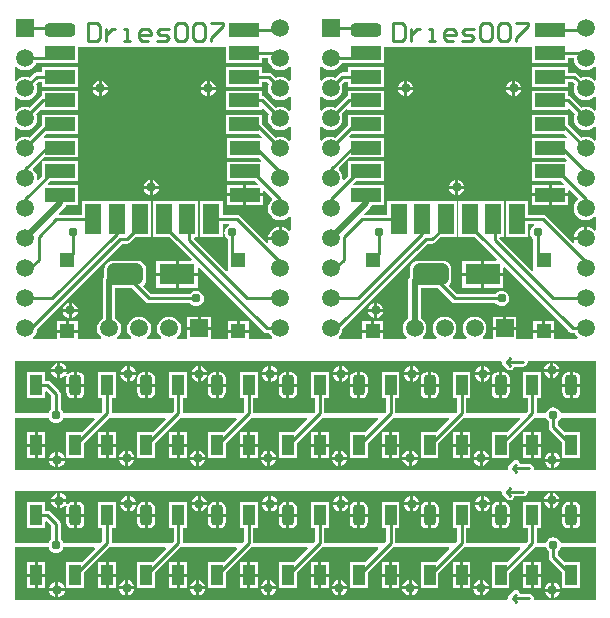
<source format=gtl>
G04 Layer_Physical_Order=1*
G04 Layer_Color=255*
%FSLAX23Y23*%
%MOIN*%
G70*
G01*
G75*
%ADD10R,0.039X0.067*%
%ADD11R,0.039X0.067*%
G04:AMPARAMS|DCode=12|XSize=67mil|YSize=39mil|CornerRadius=10mil|HoleSize=0mil|Usage=FLASHONLY|Rotation=270.000|XOffset=0mil|YOffset=0mil|HoleType=Round|Shape=RoundedRectangle|*
%AMROUNDEDRECTD12*
21,1,0.067,0.020,0,0,270.0*
21,1,0.047,0.039,0,0,270.0*
1,1,0.020,-0.010,-0.024*
1,1,0.020,-0.010,0.024*
1,1,0.020,0.010,0.024*
1,1,0.020,0.010,-0.024*
%
%ADD12ROUNDEDRECTD12*%
%ADD13C,0.010*%
%ADD14R,0.050X0.050*%
G04:AMPARAMS|DCode=15|XSize=118mil|YSize=71mil|CornerRadius=18mil|HoleSize=0mil|Usage=FLASHONLY|Rotation=0.000|XOffset=0mil|YOffset=0mil|HoleType=Round|Shape=RoundedRectangle|*
%AMROUNDEDRECTD15*
21,1,0.118,0.035,0,0,0.0*
21,1,0.083,0.071,0,0,0.0*
1,1,0.035,0.041,-0.018*
1,1,0.035,-0.041,-0.018*
1,1,0.035,-0.041,0.018*
1,1,0.035,0.041,0.018*
%
%ADD15ROUNDEDRECTD15*%
%ADD16R,0.118X0.071*%
%ADD17R,0.100X0.045*%
%ADD18R,0.055X0.100*%
G04:AMPARAMS|DCode=19|XSize=45mil|YSize=100mil|CornerRadius=11mil|HoleSize=0mil|Usage=FLASHONLY|Rotation=90.000|XOffset=0mil|YOffset=0mil|HoleType=Round|Shape=RoundedRectangle|*
%AMROUNDEDRECTD19*
21,1,0.045,0.078,0,0,90.0*
21,1,0.023,0.100,0,0,90.0*
1,1,0.023,0.039,0.011*
1,1,0.023,0.039,-0.011*
1,1,0.023,-0.039,-0.011*
1,1,0.023,-0.039,0.011*
%
%ADD19ROUNDEDRECTD19*%
%ADD20C,0.020*%
%ADD21C,0.031*%
%ADD22C,0.059*%
%ADD23R,0.059X0.059*%
%ADD24R,0.059X0.059*%
G36*
X1953Y638D02*
X1836D01*
X1834Y643D01*
X1829Y648D01*
X1824Y652D01*
X1818Y655D01*
X1811Y656D01*
X1804Y655D01*
X1798Y652D01*
X1793Y648D01*
X1789Y643D01*
X1786Y638D01*
X1756D01*
Y686D01*
X1771D01*
Y773D01*
X1711D01*
Y686D01*
X1726D01*
Y642D01*
X1721Y638D01*
X1520D01*
Y686D01*
X1534D01*
Y773D01*
X1475D01*
Y686D01*
X1490D01*
Y642D01*
X1485Y638D01*
X1284D01*
Y686D01*
X1298D01*
Y773D01*
X1239D01*
Y686D01*
X1253D01*
Y642D01*
X1249Y638D01*
X1048D01*
Y686D01*
X1062D01*
Y773D01*
X1003D01*
Y686D01*
X1017D01*
Y642D01*
X1012Y638D01*
X811D01*
Y686D01*
X826D01*
Y773D01*
X766D01*
Y686D01*
X781D01*
Y642D01*
X776Y638D01*
X575D01*
Y686D01*
X590D01*
Y773D01*
X530D01*
Y686D01*
X545D01*
Y642D01*
X540Y638D01*
X339D01*
Y686D01*
X353D01*
Y773D01*
X294D01*
Y686D01*
X308D01*
Y642D01*
X304Y638D01*
X178D01*
X176Y643D01*
X172Y648D01*
X169Y651D01*
Y701D01*
X168Y707D01*
X164Y712D01*
X135Y741D01*
X130Y744D01*
X124Y745D01*
X117D01*
Y773D01*
X58D01*
Y686D01*
X117D01*
Y708D01*
X122Y711D01*
X138Y694D01*
Y651D01*
X135Y648D01*
X131Y643D01*
X129Y638D01*
X15D01*
Y811D01*
X1636D01*
X1639Y808D01*
X1639Y807D01*
X1640Y801D01*
X1644Y796D01*
X1656Y784D01*
X1660Y781D01*
X1666Y780D01*
X1672Y781D01*
X1677Y784D01*
X1680Y789D01*
X1681Y792D01*
X1710D01*
X1715Y793D01*
X1720Y796D01*
X1724Y801D01*
X1725Y807D01*
X1725Y808D01*
X1728Y811D01*
X1953D01*
Y638D01*
D02*
G37*
G36*
Y448D02*
X1748D01*
X1745Y452D01*
X1745Y453D01*
X1744Y459D01*
X1741Y464D01*
X1736Y467D01*
X1730Y468D01*
X1701D01*
X1701Y470D01*
X1697Y475D01*
X1693Y479D01*
X1687Y480D01*
X1681Y479D01*
X1676Y475D01*
X1664Y464D01*
X1661Y459D01*
X1660Y453D01*
X1660Y452D01*
X1656Y448D01*
X15D01*
Y622D01*
X129D01*
X131Y617D01*
X135Y612D01*
X141Y607D01*
X147Y605D01*
X154Y604D01*
X160Y605D01*
X167Y607D01*
X172Y612D01*
X176Y617D01*
X178Y622D01*
X281D01*
X283Y617D01*
X239Y573D01*
X188D01*
Y486D01*
X247D01*
Y538D01*
X331Y622D01*
X518D01*
X520Y617D01*
X476Y573D01*
X424D01*
Y486D01*
X483D01*
Y538D01*
X567Y622D01*
X754D01*
X756Y617D01*
X712Y573D01*
X660D01*
Y486D01*
X720D01*
Y538D01*
X804Y622D01*
X990D01*
X992Y617D01*
X948Y573D01*
X896D01*
Y486D01*
X956D01*
Y538D01*
X1040Y622D01*
X1226D01*
X1228Y617D01*
X1184Y573D01*
X1133D01*
Y486D01*
X1192D01*
Y538D01*
X1276Y622D01*
X1463D01*
X1464Y617D01*
X1420Y573D01*
X1369D01*
Y486D01*
X1428D01*
Y538D01*
X1512Y622D01*
X1699D01*
X1701Y617D01*
X1657Y573D01*
X1605D01*
Y486D01*
X1664D01*
Y538D01*
X1749Y622D01*
X1786D01*
X1789Y617D01*
X1793Y612D01*
X1796Y609D01*
Y590D01*
X1797Y584D01*
X1800Y579D01*
X1841Y538D01*
Y486D01*
X1901D01*
Y573D01*
X1849D01*
X1826Y596D01*
Y609D01*
X1829Y612D01*
X1834Y617D01*
X1836Y622D01*
X1953D01*
Y448D01*
D02*
G37*
%LPC*%
G36*
X1570Y763D02*
X1549D01*
X1550Y761D01*
X1552Y755D01*
X1556Y749D01*
X1562Y745D01*
X1568Y743D01*
X1570Y742D01*
Y763D01*
D02*
G37*
G36*
X1600D02*
X1580D01*
Y742D01*
X1582Y743D01*
X1588Y745D01*
X1593Y749D01*
X1597Y755D01*
X1600Y761D01*
X1600Y763D01*
D02*
G37*
G36*
X1334D02*
X1313D01*
X1313Y761D01*
X1316Y755D01*
X1320Y749D01*
X1326Y745D01*
X1332Y743D01*
X1334Y742D01*
Y763D01*
D02*
G37*
G36*
X1364D02*
X1344D01*
Y742D01*
X1345Y743D01*
X1352Y745D01*
X1357Y749D01*
X1361Y755D01*
X1364Y761D01*
X1364Y763D01*
D02*
G37*
G36*
X1830Y775D02*
X1810D01*
Y754D01*
X1812Y754D01*
X1818Y757D01*
X1823Y761D01*
X1828Y767D01*
X1830Y773D01*
X1830Y775D01*
D02*
G37*
G36*
X212Y774D02*
X208D01*
X200Y772D01*
X193Y768D01*
X192Y766D01*
X191Y766D01*
X188Y770D01*
X188Y772D01*
X189Y774D01*
X168D01*
Y753D01*
X170Y753D01*
X176Y756D01*
X182Y760D01*
X183Y762D01*
X183Y762D01*
X188Y761D01*
X189Y760D01*
X187Y754D01*
Y735D01*
X212D01*
Y774D01*
D02*
G37*
G36*
X158Y774D02*
X138D01*
X138Y772D01*
X141Y766D01*
X145Y760D01*
X150Y756D01*
X157Y753D01*
X158Y753D01*
Y774D01*
D02*
G37*
G36*
X1800Y775D02*
X1780D01*
X1780Y773D01*
X1783Y767D01*
X1787Y761D01*
X1792Y757D01*
X1798Y754D01*
X1800Y754D01*
Y775D01*
D02*
G37*
G36*
X625Y763D02*
X605D01*
X605Y761D01*
X607Y755D01*
X612Y749D01*
X617Y745D01*
X623Y743D01*
X625Y742D01*
Y763D01*
D02*
G37*
G36*
X655D02*
X635D01*
Y742D01*
X637Y743D01*
X643Y745D01*
X648Y749D01*
X652Y755D01*
X655Y761D01*
X655Y763D01*
D02*
G37*
G36*
X389D02*
X368D01*
X369Y761D01*
X371Y755D01*
X375Y749D01*
X381Y745D01*
X387Y743D01*
X389Y742D01*
Y763D01*
D02*
G37*
G36*
X419D02*
X399D01*
Y742D01*
X400Y743D01*
X407Y745D01*
X412Y749D01*
X416Y755D01*
X419Y761D01*
X419Y763D01*
D02*
G37*
G36*
X1097D02*
X1077D01*
X1077Y761D01*
X1080Y755D01*
X1084Y749D01*
X1089Y745D01*
X1096Y743D01*
X1097Y742D01*
Y763D01*
D02*
G37*
G36*
X1128D02*
X1107D01*
Y742D01*
X1109Y743D01*
X1115Y745D01*
X1121Y749D01*
X1125Y755D01*
X1127Y761D01*
X1128Y763D01*
D02*
G37*
G36*
X861D02*
X841D01*
X841Y761D01*
X844Y755D01*
X848Y749D01*
X853Y745D01*
X859Y743D01*
X861Y742D01*
Y763D01*
D02*
G37*
G36*
X891D02*
X871D01*
Y742D01*
X873Y743D01*
X879Y745D01*
X885Y749D01*
X889Y755D01*
X891Y761D01*
X891Y763D01*
D02*
G37*
G36*
X1570Y793D02*
X1568Y793D01*
X1562Y790D01*
X1556Y786D01*
X1552Y781D01*
X1550Y774D01*
X1549Y773D01*
X1570D01*
Y793D01*
D02*
G37*
G36*
X1580D02*
Y773D01*
X1600D01*
X1600Y774D01*
X1597Y781D01*
X1593Y786D01*
X1588Y790D01*
X1582Y793D01*
X1580Y793D01*
D02*
G37*
G36*
X1334D02*
X1332Y793D01*
X1326Y790D01*
X1320Y786D01*
X1316Y781D01*
X1313Y774D01*
X1313Y773D01*
X1334D01*
Y793D01*
D02*
G37*
G36*
X1344D02*
Y773D01*
X1364D01*
X1364Y774D01*
X1361Y781D01*
X1357Y786D01*
X1352Y790D01*
X1345Y793D01*
X1344Y793D01*
D02*
G37*
G36*
X1800Y805D02*
X1798Y805D01*
X1792Y802D01*
X1787Y798D01*
X1783Y793D01*
X1780Y786D01*
X1780Y785D01*
X1800D01*
Y805D01*
D02*
G37*
G36*
X1810D02*
Y785D01*
X1830D01*
X1830Y786D01*
X1828Y793D01*
X1823Y798D01*
X1818Y802D01*
X1812Y805D01*
X1810Y805D01*
D02*
G37*
G36*
X158Y804D02*
X157Y804D01*
X150Y801D01*
X145Y797D01*
X141Y792D01*
X138Y785D01*
X138Y784D01*
X158D01*
Y804D01*
D02*
G37*
G36*
X168D02*
Y784D01*
X189D01*
X188Y785D01*
X186Y792D01*
X182Y797D01*
X176Y801D01*
X170Y804D01*
X168Y804D01*
D02*
G37*
G36*
X625Y793D02*
X623Y793D01*
X617Y790D01*
X612Y786D01*
X607Y781D01*
X605Y774D01*
X605Y773D01*
X625D01*
Y793D01*
D02*
G37*
G36*
X635D02*
Y773D01*
X655D01*
X655Y774D01*
X652Y781D01*
X648Y786D01*
X643Y790D01*
X637Y793D01*
X635Y793D01*
D02*
G37*
G36*
X389D02*
X387Y793D01*
X381Y790D01*
X375Y786D01*
X371Y781D01*
X369Y774D01*
X368Y773D01*
X389D01*
Y793D01*
D02*
G37*
G36*
X399D02*
Y773D01*
X419D01*
X419Y774D01*
X416Y781D01*
X412Y786D01*
X407Y790D01*
X400Y793D01*
X399Y793D01*
D02*
G37*
G36*
X1097D02*
X1096Y793D01*
X1089Y790D01*
X1084Y786D01*
X1080Y781D01*
X1077Y774D01*
X1077Y773D01*
X1097D01*
Y793D01*
D02*
G37*
G36*
X1107D02*
Y773D01*
X1128D01*
X1127Y774D01*
X1125Y781D01*
X1121Y786D01*
X1115Y790D01*
X1109Y793D01*
X1107Y793D01*
D02*
G37*
G36*
X861D02*
X859Y793D01*
X853Y790D01*
X848Y786D01*
X844Y781D01*
X841Y774D01*
X841Y773D01*
X861D01*
Y793D01*
D02*
G37*
G36*
X871D02*
Y773D01*
X891D01*
X891Y774D01*
X889Y781D01*
X885Y786D01*
X879Y790D01*
X873Y793D01*
X871Y793D01*
D02*
G37*
G36*
X1192Y725D02*
X1167D01*
Y686D01*
X1172D01*
X1180Y688D01*
X1187Y692D01*
X1191Y699D01*
X1192Y706D01*
Y725D01*
D02*
G37*
G36*
X1394D02*
X1369D01*
Y706D01*
X1370Y699D01*
X1374Y692D01*
X1381Y688D01*
X1389Y686D01*
X1394D01*
Y725D01*
D02*
G37*
G36*
X956Y725D02*
X931D01*
Y686D01*
X936D01*
X944Y688D01*
X950Y692D01*
X955Y699D01*
X956Y706D01*
Y725D01*
D02*
G37*
G36*
X1157Y725D02*
X1132D01*
Y706D01*
X1134Y699D01*
X1138Y692D01*
X1145Y688D01*
X1153Y686D01*
X1157D01*
Y725D01*
D02*
G37*
G36*
X1665Y725D02*
X1640D01*
Y686D01*
X1645D01*
X1652Y688D01*
X1659Y692D01*
X1663Y699D01*
X1665Y706D01*
Y725D01*
D02*
G37*
G36*
X1866Y725D02*
X1841D01*
Y706D01*
X1842Y699D01*
X1847Y692D01*
X1853Y688D01*
X1861Y686D01*
X1866D01*
Y725D01*
D02*
G37*
G36*
X1429D02*
X1404D01*
Y686D01*
X1408D01*
X1416Y688D01*
X1423Y692D01*
X1427Y699D01*
X1429Y706D01*
Y725D01*
D02*
G37*
G36*
X1630Y725D02*
X1605D01*
Y706D01*
X1606Y699D01*
X1611Y692D01*
X1617Y688D01*
X1625Y686D01*
X1630D01*
Y725D01*
D02*
G37*
G36*
X248Y725D02*
X222D01*
Y686D01*
X227D01*
X235Y688D01*
X242Y692D01*
X246Y699D01*
X248Y706D01*
Y725D01*
D02*
G37*
G36*
X449D02*
X424D01*
Y706D01*
X425Y699D01*
X430Y692D01*
X436Y688D01*
X444Y686D01*
X449D01*
Y725D01*
D02*
G37*
G36*
X212D02*
X187D01*
Y706D01*
X189Y699D01*
X193Y692D01*
X200Y688D01*
X208Y686D01*
X212D01*
Y725D01*
D02*
G37*
G36*
X720D02*
X695D01*
Y686D01*
X700D01*
X708Y688D01*
X714Y692D01*
X718Y699D01*
X720Y706D01*
Y725D01*
D02*
G37*
G36*
X921Y725D02*
X896D01*
Y706D01*
X898Y699D01*
X902Y692D01*
X909Y688D01*
X916Y686D01*
X921D01*
Y725D01*
D02*
G37*
G36*
X484Y725D02*
X459D01*
Y686D01*
X464D01*
X471Y688D01*
X478Y692D01*
X482Y699D01*
X484Y706D01*
Y725D01*
D02*
G37*
G36*
X685D02*
X660D01*
Y706D01*
X661Y699D01*
X666Y692D01*
X672Y688D01*
X680Y686D01*
X685D01*
Y725D01*
D02*
G37*
G36*
X700Y774D02*
X695D01*
Y735D01*
X720D01*
Y754D01*
X718Y761D01*
X714Y768D01*
X708Y772D01*
X700Y774D01*
D02*
G37*
G36*
X1172D02*
X1167D01*
Y735D01*
X1192D01*
Y754D01*
X1191Y761D01*
X1187Y768D01*
X1180Y772D01*
X1172Y774D01*
D02*
G37*
G36*
X227D02*
X222D01*
Y735D01*
X248D01*
Y754D01*
X246Y761D01*
X242Y768D01*
X235Y772D01*
X227Y774D01*
D02*
G37*
G36*
X464D02*
X459D01*
Y735D01*
X484D01*
Y754D01*
X482Y761D01*
X478Y768D01*
X471Y772D01*
X464Y774D01*
D02*
G37*
G36*
X1630D02*
X1625D01*
X1617Y772D01*
X1611Y768D01*
X1606Y761D01*
X1605Y754D01*
Y735D01*
X1630D01*
Y774D01*
D02*
G37*
G36*
X1645D02*
X1640D01*
Y735D01*
X1665D01*
Y754D01*
X1663Y761D01*
X1659Y768D01*
X1652Y772D01*
X1645Y774D01*
D02*
G37*
G36*
X1408D02*
X1404D01*
Y735D01*
X1429D01*
Y754D01*
X1427Y761D01*
X1423Y768D01*
X1416Y772D01*
X1408Y774D01*
D02*
G37*
G36*
X1881D02*
X1876D01*
Y735D01*
X1901D01*
Y754D01*
X1900Y761D01*
X1895Y768D01*
X1889Y772D01*
X1881Y774D01*
D02*
G37*
G36*
X936D02*
X931D01*
Y735D01*
X956D01*
Y754D01*
X955Y761D01*
X950Y768D01*
X944Y772D01*
X936Y774D01*
D02*
G37*
G36*
X449D02*
X444D01*
X436Y772D01*
X430Y768D01*
X425Y761D01*
X424Y754D01*
Y735D01*
X449D01*
Y774D01*
D02*
G37*
G36*
X1901Y725D02*
X1876D01*
Y686D01*
X1881D01*
X1889Y688D01*
X1895Y692D01*
X1900Y699D01*
X1901Y706D01*
Y725D01*
D02*
G37*
G36*
X921Y774D02*
X916D01*
X909Y772D01*
X902Y768D01*
X898Y761D01*
X896Y754D01*
Y735D01*
X921D01*
Y774D01*
D02*
G37*
G36*
X1394D02*
X1389D01*
X1381Y772D01*
X1374Y768D01*
X1370Y761D01*
X1369Y754D01*
Y735D01*
X1394D01*
Y774D01*
D02*
G37*
G36*
X1866D02*
X1861D01*
X1853Y772D01*
X1847Y768D01*
X1842Y761D01*
X1841Y754D01*
Y735D01*
X1866D01*
Y774D01*
D02*
G37*
G36*
X685D02*
X680D01*
X672Y772D01*
X666Y768D01*
X661Y761D01*
X660Y754D01*
Y735D01*
X685D01*
Y774D01*
D02*
G37*
G36*
X1157D02*
X1153D01*
X1145Y772D01*
X1138Y768D01*
X1134Y761D01*
X1132Y754D01*
Y735D01*
X1157D01*
Y774D01*
D02*
G37*
G36*
X1092Y512D02*
X1091Y512D01*
X1084Y510D01*
X1079Y505D01*
X1075Y500D01*
X1072Y494D01*
X1072Y492D01*
X1092D01*
Y512D01*
D02*
G37*
G36*
X866D02*
Y492D01*
X886D01*
X886Y494D01*
X884Y500D01*
X880Y505D01*
X874Y510D01*
X868Y512D01*
X866Y512D01*
D02*
G37*
G36*
X856D02*
X854Y512D01*
X848Y510D01*
X843Y505D01*
X839Y500D01*
X836Y494D01*
X836Y492D01*
X856D01*
Y512D01*
D02*
G37*
G36*
X1565D02*
X1563Y512D01*
X1557Y510D01*
X1551Y505D01*
X1547Y500D01*
X1545Y494D01*
X1544Y492D01*
X1565D01*
Y512D01*
D02*
G37*
G36*
X1329D02*
X1327Y512D01*
X1321Y510D01*
X1315Y505D01*
X1311Y500D01*
X1308Y494D01*
X1308Y492D01*
X1329D01*
Y512D01*
D02*
G37*
G36*
X1102D02*
Y492D01*
X1123D01*
X1122Y494D01*
X1120Y500D01*
X1116Y505D01*
X1110Y510D01*
X1104Y512D01*
X1102Y512D01*
D02*
G37*
G36*
X1339D02*
Y492D01*
X1359D01*
X1359Y494D01*
X1356Y500D01*
X1352Y505D01*
X1347Y510D01*
X1340Y512D01*
X1339Y512D01*
D02*
G37*
G36*
X630D02*
Y492D01*
X650D01*
X650Y494D01*
X647Y500D01*
X643Y505D01*
X638Y510D01*
X632Y512D01*
X630Y512D01*
D02*
G37*
G36*
X1736Y525D02*
X1711D01*
Y486D01*
X1736D01*
Y525D01*
D02*
G37*
G36*
X1534Y525D02*
X1510D01*
Y486D01*
X1534D01*
Y525D01*
D02*
G37*
G36*
X1500D02*
X1475D01*
Y486D01*
X1500D01*
Y525D01*
D02*
G37*
G36*
X1771Y525D02*
X1746D01*
Y486D01*
X1771D01*
Y525D01*
D02*
G37*
G36*
X620Y512D02*
X618Y512D01*
X612Y510D01*
X607Y505D01*
X602Y500D01*
X600Y494D01*
X600Y492D01*
X620D01*
Y512D01*
D02*
G37*
G36*
X394D02*
Y492D01*
X414D01*
X414Y494D01*
X411Y500D01*
X407Y505D01*
X402Y510D01*
X395Y512D01*
X394Y512D01*
D02*
G37*
G36*
X384D02*
X382Y512D01*
X376Y510D01*
X370Y505D01*
X366Y500D01*
X364Y494D01*
X363Y492D01*
X384D01*
Y512D01*
D02*
G37*
G36*
X353Y573D02*
X329D01*
Y535D01*
X353D01*
Y573D01*
D02*
G37*
G36*
X590D02*
X565D01*
Y535D01*
X590D01*
Y573D01*
D02*
G37*
G36*
X1736D02*
X1711D01*
Y535D01*
X1736D01*
Y573D01*
D02*
G37*
G36*
X117D02*
X92D01*
Y535D01*
X117D01*
Y573D01*
D02*
G37*
G36*
X1771D02*
X1746D01*
Y535D01*
X1771D01*
Y573D01*
D02*
G37*
G36*
X1500D02*
X1475D01*
Y535D01*
X1500D01*
Y573D01*
D02*
G37*
G36*
X1062D02*
X1037D01*
Y535D01*
X1062D01*
Y573D01*
D02*
G37*
G36*
X1298D02*
X1274D01*
Y535D01*
X1298D01*
Y573D01*
D02*
G37*
G36*
X826D02*
X801D01*
Y535D01*
X826D01*
Y573D01*
D02*
G37*
G36*
X82D02*
X58D01*
Y535D01*
X82D01*
Y573D01*
D02*
G37*
G36*
X1575Y512D02*
Y492D01*
X1595D01*
X1595Y494D01*
X1592Y500D01*
X1588Y505D01*
X1583Y510D01*
X1577Y512D01*
X1575Y512D01*
D02*
G37*
G36*
X791Y573D02*
X766D01*
Y535D01*
X791D01*
Y573D01*
D02*
G37*
G36*
X1027D02*
X1003D01*
Y535D01*
X1027D01*
Y573D01*
D02*
G37*
G36*
X1264D02*
X1239D01*
Y535D01*
X1264D01*
Y573D01*
D02*
G37*
G36*
X319D02*
X294D01*
Y535D01*
X319D01*
Y573D01*
D02*
G37*
G36*
X555D02*
X530D01*
Y535D01*
X555D01*
Y573D01*
D02*
G37*
G36*
X1092Y482D02*
X1072D01*
X1072Y480D01*
X1075Y474D01*
X1079Y469D01*
X1084Y465D01*
X1091Y462D01*
X1092Y462D01*
Y482D01*
D02*
G37*
G36*
X1123D02*
X1102D01*
Y462D01*
X1104Y462D01*
X1110Y465D01*
X1116Y469D01*
X1120Y474D01*
X1122Y480D01*
X1123Y482D01*
D02*
G37*
G36*
X856D02*
X836D01*
X836Y480D01*
X839Y474D01*
X843Y469D01*
X848Y465D01*
X854Y462D01*
X856Y462D01*
Y482D01*
D02*
G37*
G36*
X886D02*
X866D01*
Y462D01*
X868Y462D01*
X874Y465D01*
X880Y469D01*
X884Y474D01*
X886Y480D01*
X886Y482D01*
D02*
G37*
G36*
X1565D02*
X1544D01*
X1545Y480D01*
X1547Y474D01*
X1551Y469D01*
X1557Y465D01*
X1563Y462D01*
X1565Y462D01*
Y482D01*
D02*
G37*
G36*
X1595D02*
X1575D01*
Y462D01*
X1577Y462D01*
X1583Y465D01*
X1588Y469D01*
X1592Y474D01*
X1595Y480D01*
X1595Y482D01*
D02*
G37*
G36*
X1329D02*
X1308D01*
X1308Y480D01*
X1311Y474D01*
X1315Y469D01*
X1321Y465D01*
X1327Y462D01*
X1329Y462D01*
Y482D01*
D02*
G37*
G36*
X1359D02*
X1339D01*
Y462D01*
X1340Y462D01*
X1347Y465D01*
X1352Y469D01*
X1356Y474D01*
X1359Y480D01*
X1359Y482D01*
D02*
G37*
G36*
X151Y476D02*
X131D01*
X131Y475D01*
X134Y468D01*
X138Y463D01*
X143Y459D01*
X150Y456D01*
X151Y456D01*
Y476D01*
D02*
G37*
G36*
X182D02*
X161D01*
Y456D01*
X163Y456D01*
X169Y459D01*
X175Y463D01*
X179Y468D01*
X182Y475D01*
X182Y476D01*
D02*
G37*
G36*
X1802Y475D02*
X1782D01*
X1782Y474D01*
X1785Y467D01*
X1789Y462D01*
X1794Y458D01*
X1800Y455D01*
X1802Y455D01*
Y475D01*
D02*
G37*
G36*
X1832D02*
X1812D01*
Y455D01*
X1814Y455D01*
X1820Y458D01*
X1825Y462D01*
X1830Y467D01*
X1832Y474D01*
X1832Y475D01*
D02*
G37*
G36*
X620Y482D02*
X600D01*
X600Y480D01*
X602Y474D01*
X607Y469D01*
X612Y465D01*
X618Y462D01*
X620Y462D01*
Y482D01*
D02*
G37*
G36*
X650D02*
X630D01*
Y462D01*
X632Y462D01*
X638Y465D01*
X643Y469D01*
X647Y474D01*
X650Y480D01*
X650Y482D01*
D02*
G37*
G36*
X384D02*
X363D01*
X364Y480D01*
X366Y474D01*
X370Y469D01*
X376Y465D01*
X382Y462D01*
X384Y462D01*
Y482D01*
D02*
G37*
G36*
X414D02*
X394D01*
Y462D01*
X395Y462D01*
X402Y465D01*
X407Y469D01*
X411Y474D01*
X414Y480D01*
X414Y482D01*
D02*
G37*
G36*
X791Y525D02*
X766D01*
Y486D01*
X791D01*
Y525D01*
D02*
G37*
G36*
X826D02*
X801D01*
Y486D01*
X826D01*
Y525D01*
D02*
G37*
G36*
X555Y525D02*
X530D01*
Y486D01*
X555D01*
Y525D01*
D02*
G37*
G36*
X590D02*
X565D01*
Y486D01*
X590D01*
Y525D01*
D02*
G37*
G36*
X1264D02*
X1239D01*
Y486D01*
X1264D01*
Y525D01*
D02*
G37*
G36*
X1298D02*
X1274D01*
Y486D01*
X1298D01*
Y525D01*
D02*
G37*
G36*
X1027D02*
X1003D01*
Y486D01*
X1027D01*
Y525D01*
D02*
G37*
G36*
X1062D02*
X1037D01*
Y486D01*
X1062D01*
Y525D01*
D02*
G37*
G36*
X151Y507D02*
X150Y506D01*
X143Y504D01*
X138Y500D01*
X134Y494D01*
X131Y488D01*
X131Y486D01*
X151D01*
Y507D01*
D02*
G37*
G36*
X161D02*
Y486D01*
X182D01*
X182Y488D01*
X179Y494D01*
X175Y500D01*
X169Y504D01*
X163Y506D01*
X161Y507D01*
D02*
G37*
G36*
X1802Y506D02*
X1800Y505D01*
X1794Y503D01*
X1789Y499D01*
X1785Y493D01*
X1782Y487D01*
X1782Y485D01*
X1802D01*
Y506D01*
D02*
G37*
G36*
X1812D02*
Y485D01*
X1832D01*
X1832Y487D01*
X1830Y493D01*
X1825Y499D01*
X1820Y503D01*
X1814Y505D01*
X1812Y506D01*
D02*
G37*
G36*
X319Y525D02*
X294D01*
Y486D01*
X319D01*
Y525D01*
D02*
G37*
G36*
X353D02*
X329D01*
Y486D01*
X353D01*
Y525D01*
D02*
G37*
G36*
X82D02*
X58D01*
Y486D01*
X82D01*
Y525D01*
D02*
G37*
G36*
X117D02*
X92D01*
Y486D01*
X117D01*
Y525D01*
D02*
G37*
G36*
X1534Y573D02*
X1510D01*
Y535D01*
X1534D01*
Y573D01*
D02*
G37*
%LPD*%
G36*
X1953Y205D02*
X1836D01*
X1834Y210D01*
X1829Y215D01*
X1824Y219D01*
X1818Y222D01*
X1811Y223D01*
X1804Y222D01*
X1798Y219D01*
X1793Y215D01*
X1789Y210D01*
X1786Y205D01*
X1756D01*
Y253D01*
X1771D01*
Y340D01*
X1711D01*
Y253D01*
X1726D01*
Y209D01*
X1721Y205D01*
X1520D01*
Y253D01*
X1534D01*
Y340D01*
X1475D01*
Y253D01*
X1490D01*
Y209D01*
X1485Y205D01*
X1284D01*
Y253D01*
X1298D01*
Y340D01*
X1239D01*
Y253D01*
X1253D01*
Y209D01*
X1249Y205D01*
X1048D01*
Y253D01*
X1062D01*
Y340D01*
X1003D01*
Y253D01*
X1017D01*
Y209D01*
X1012Y205D01*
X811D01*
Y253D01*
X826D01*
Y340D01*
X766D01*
Y253D01*
X781D01*
Y209D01*
X776Y205D01*
X575D01*
Y253D01*
X590D01*
Y340D01*
X530D01*
Y253D01*
X545D01*
Y209D01*
X540Y205D01*
X339D01*
Y253D01*
X353D01*
Y340D01*
X294D01*
Y253D01*
X308D01*
Y209D01*
X304Y205D01*
X178D01*
X176Y210D01*
X172Y215D01*
X169Y218D01*
Y268D01*
X168Y274D01*
X164Y279D01*
X135Y308D01*
X130Y311D01*
X124Y312D01*
X117D01*
Y340D01*
X58D01*
Y253D01*
X117D01*
Y275D01*
X122Y277D01*
X138Y261D01*
Y218D01*
X135Y215D01*
X131Y210D01*
X129Y205D01*
X15D01*
Y378D01*
X1636D01*
X1639Y375D01*
X1639Y374D01*
X1640Y368D01*
X1644Y363D01*
X1656Y351D01*
X1660Y348D01*
X1666Y347D01*
X1672Y348D01*
X1677Y351D01*
X1680Y356D01*
X1681Y359D01*
X1710D01*
X1715Y360D01*
X1720Y363D01*
X1724Y368D01*
X1725Y374D01*
X1725Y375D01*
X1728Y378D01*
X1953D01*
Y205D01*
D02*
G37*
G36*
Y15D02*
X1748D01*
X1745Y19D01*
X1745Y20D01*
X1744Y26D01*
X1741Y30D01*
X1736Y34D01*
X1730Y35D01*
X1701D01*
X1701Y37D01*
X1697Y42D01*
X1693Y46D01*
X1687Y47D01*
X1681Y46D01*
X1676Y42D01*
X1664Y30D01*
X1661Y26D01*
X1660Y20D01*
X1660Y19D01*
X1656Y15D01*
X15D01*
Y189D01*
X129D01*
X131Y184D01*
X135Y178D01*
X141Y174D01*
X147Y172D01*
X154Y171D01*
X160Y172D01*
X167Y174D01*
X172Y178D01*
X176Y184D01*
X178Y189D01*
X281D01*
X283Y184D01*
X239Y140D01*
X188D01*
Y53D01*
X247D01*
Y105D01*
X331Y189D01*
X518D01*
X520Y184D01*
X476Y140D01*
X424D01*
Y53D01*
X483D01*
Y105D01*
X567Y189D01*
X754D01*
X756Y184D01*
X712Y140D01*
X660D01*
Y53D01*
X720D01*
Y105D01*
X804Y189D01*
X990D01*
X992Y184D01*
X948Y140D01*
X896D01*
Y53D01*
X956D01*
Y105D01*
X1040Y189D01*
X1226D01*
X1228Y184D01*
X1184Y140D01*
X1133D01*
Y53D01*
X1192D01*
Y105D01*
X1276Y189D01*
X1463D01*
X1464Y184D01*
X1420Y140D01*
X1369D01*
Y53D01*
X1428D01*
Y105D01*
X1512Y189D01*
X1699D01*
X1701Y184D01*
X1657Y140D01*
X1605D01*
Y53D01*
X1664D01*
Y105D01*
X1749Y189D01*
X1786D01*
X1789Y184D01*
X1793Y178D01*
X1796Y176D01*
Y157D01*
X1797Y151D01*
X1800Y146D01*
X1841Y105D01*
Y53D01*
X1901D01*
Y140D01*
X1849D01*
X1826Y163D01*
Y176D01*
X1829Y178D01*
X1834Y184D01*
X1836Y189D01*
X1953D01*
Y15D01*
D02*
G37*
%LPC*%
G36*
X1570Y330D02*
X1549D01*
X1550Y328D01*
X1552Y322D01*
X1556Y316D01*
X1562Y312D01*
X1568Y310D01*
X1570Y309D01*
Y330D01*
D02*
G37*
G36*
X1600D02*
X1580D01*
Y309D01*
X1582Y310D01*
X1588Y312D01*
X1593Y316D01*
X1597Y322D01*
X1600Y328D01*
X1600Y330D01*
D02*
G37*
G36*
X1334D02*
X1313D01*
X1313Y328D01*
X1316Y322D01*
X1320Y316D01*
X1326Y312D01*
X1332Y310D01*
X1334Y309D01*
Y330D01*
D02*
G37*
G36*
X1364D02*
X1344D01*
Y309D01*
X1345Y310D01*
X1352Y312D01*
X1357Y316D01*
X1361Y322D01*
X1364Y328D01*
X1364Y330D01*
D02*
G37*
G36*
X1830Y341D02*
X1810D01*
Y321D01*
X1812Y321D01*
X1818Y324D01*
X1823Y328D01*
X1828Y333D01*
X1830Y340D01*
X1830Y341D01*
D02*
G37*
G36*
X212Y341D02*
X208D01*
X200Y339D01*
X193Y335D01*
X192Y333D01*
X191Y333D01*
X188Y337D01*
X188Y339D01*
X189Y340D01*
X168D01*
Y320D01*
X170Y320D01*
X176Y323D01*
X182Y327D01*
X183Y329D01*
X183Y329D01*
X188Y328D01*
X189Y327D01*
X187Y320D01*
Y302D01*
X212D01*
Y341D01*
D02*
G37*
G36*
X158Y340D02*
X138D01*
X138Y339D01*
X141Y332D01*
X145Y327D01*
X150Y323D01*
X157Y320D01*
X158Y320D01*
Y340D01*
D02*
G37*
G36*
X1800Y341D02*
X1780D01*
X1780Y340D01*
X1783Y333D01*
X1787Y328D01*
X1792Y324D01*
X1798Y321D01*
X1800Y321D01*
Y341D01*
D02*
G37*
G36*
X625Y330D02*
X605D01*
X605Y328D01*
X607Y322D01*
X612Y316D01*
X617Y312D01*
X623Y310D01*
X625Y309D01*
Y330D01*
D02*
G37*
G36*
X655D02*
X635D01*
Y309D01*
X637Y310D01*
X643Y312D01*
X648Y316D01*
X652Y322D01*
X655Y328D01*
X655Y330D01*
D02*
G37*
G36*
X389D02*
X368D01*
X369Y328D01*
X371Y322D01*
X375Y316D01*
X381Y312D01*
X387Y310D01*
X389Y309D01*
Y330D01*
D02*
G37*
G36*
X419D02*
X399D01*
Y309D01*
X400Y310D01*
X407Y312D01*
X412Y316D01*
X416Y322D01*
X419Y328D01*
X419Y330D01*
D02*
G37*
G36*
X1097D02*
X1077D01*
X1077Y328D01*
X1080Y322D01*
X1084Y316D01*
X1089Y312D01*
X1096Y310D01*
X1097Y309D01*
Y330D01*
D02*
G37*
G36*
X1128D02*
X1107D01*
Y309D01*
X1109Y310D01*
X1115Y312D01*
X1121Y316D01*
X1125Y322D01*
X1127Y328D01*
X1128Y330D01*
D02*
G37*
G36*
X861D02*
X841D01*
X841Y328D01*
X844Y322D01*
X848Y316D01*
X853Y312D01*
X859Y310D01*
X861Y309D01*
Y330D01*
D02*
G37*
G36*
X891D02*
X871D01*
Y309D01*
X873Y310D01*
X879Y312D01*
X885Y316D01*
X889Y322D01*
X891Y328D01*
X891Y330D01*
D02*
G37*
G36*
X1570Y360D02*
X1568Y360D01*
X1562Y357D01*
X1556Y353D01*
X1552Y348D01*
X1550Y341D01*
X1549Y340D01*
X1570D01*
Y360D01*
D02*
G37*
G36*
X1580D02*
Y340D01*
X1600D01*
X1600Y341D01*
X1597Y348D01*
X1593Y353D01*
X1588Y357D01*
X1582Y360D01*
X1580Y360D01*
D02*
G37*
G36*
X1334D02*
X1332Y360D01*
X1326Y357D01*
X1320Y353D01*
X1316Y348D01*
X1313Y341D01*
X1313Y340D01*
X1334D01*
Y360D01*
D02*
G37*
G36*
X1344D02*
Y340D01*
X1364D01*
X1364Y341D01*
X1361Y348D01*
X1357Y353D01*
X1352Y357D01*
X1345Y360D01*
X1344Y360D01*
D02*
G37*
G36*
X1800Y372D02*
X1798Y372D01*
X1792Y369D01*
X1787Y365D01*
X1783Y359D01*
X1780Y353D01*
X1780Y351D01*
X1800D01*
Y372D01*
D02*
G37*
G36*
X1810D02*
Y351D01*
X1830D01*
X1830Y353D01*
X1828Y359D01*
X1823Y365D01*
X1818Y369D01*
X1812Y372D01*
X1810Y372D01*
D02*
G37*
G36*
X158Y371D02*
X157Y371D01*
X150Y368D01*
X145Y364D01*
X141Y358D01*
X138Y352D01*
X138Y350D01*
X158D01*
Y371D01*
D02*
G37*
G36*
X168D02*
Y350D01*
X189D01*
X188Y352D01*
X186Y358D01*
X182Y364D01*
X176Y368D01*
X170Y371D01*
X168Y371D01*
D02*
G37*
G36*
X625Y360D02*
X623Y360D01*
X617Y357D01*
X612Y353D01*
X607Y348D01*
X605Y341D01*
X605Y340D01*
X625D01*
Y360D01*
D02*
G37*
G36*
X635D02*
Y340D01*
X655D01*
X655Y341D01*
X652Y348D01*
X648Y353D01*
X643Y357D01*
X637Y360D01*
X635Y360D01*
D02*
G37*
G36*
X389D02*
X387Y360D01*
X381Y357D01*
X375Y353D01*
X371Y348D01*
X369Y341D01*
X368Y340D01*
X389D01*
Y360D01*
D02*
G37*
G36*
X399D02*
Y340D01*
X419D01*
X419Y341D01*
X416Y348D01*
X412Y353D01*
X407Y357D01*
X400Y360D01*
X399Y360D01*
D02*
G37*
G36*
X1097D02*
X1096Y360D01*
X1089Y357D01*
X1084Y353D01*
X1080Y348D01*
X1077Y341D01*
X1077Y340D01*
X1097D01*
Y360D01*
D02*
G37*
G36*
X1107D02*
Y340D01*
X1128D01*
X1127Y341D01*
X1125Y348D01*
X1121Y353D01*
X1115Y357D01*
X1109Y360D01*
X1107Y360D01*
D02*
G37*
G36*
X861D02*
X859Y360D01*
X853Y357D01*
X848Y353D01*
X844Y348D01*
X841Y341D01*
X841Y340D01*
X861D01*
Y360D01*
D02*
G37*
G36*
X871D02*
Y340D01*
X891D01*
X891Y341D01*
X889Y348D01*
X885Y353D01*
X879Y357D01*
X873Y360D01*
X871Y360D01*
D02*
G37*
G36*
X1192Y292D02*
X1167D01*
Y253D01*
X1172D01*
X1180Y255D01*
X1187Y259D01*
X1191Y265D01*
X1192Y273D01*
Y292D01*
D02*
G37*
G36*
X1394D02*
X1369D01*
Y273D01*
X1370Y265D01*
X1374Y259D01*
X1381Y255D01*
X1389Y253D01*
X1394D01*
Y292D01*
D02*
G37*
G36*
X956Y292D02*
X931D01*
Y253D01*
X936D01*
X944Y255D01*
X950Y259D01*
X955Y265D01*
X956Y273D01*
Y292D01*
D02*
G37*
G36*
X1157Y292D02*
X1132D01*
Y273D01*
X1134Y265D01*
X1138Y259D01*
X1145Y255D01*
X1153Y253D01*
X1157D01*
Y292D01*
D02*
G37*
G36*
X1665Y292D02*
X1640D01*
Y253D01*
X1645D01*
X1652Y255D01*
X1659Y259D01*
X1663Y265D01*
X1665Y273D01*
Y292D01*
D02*
G37*
G36*
X1866Y292D02*
X1841D01*
Y273D01*
X1842Y265D01*
X1847Y259D01*
X1853Y255D01*
X1861Y253D01*
X1866D01*
Y292D01*
D02*
G37*
G36*
X1429D02*
X1404D01*
Y253D01*
X1408D01*
X1416Y255D01*
X1423Y259D01*
X1427Y265D01*
X1429Y273D01*
Y292D01*
D02*
G37*
G36*
X1630Y292D02*
X1605D01*
Y273D01*
X1606Y265D01*
X1611Y259D01*
X1617Y255D01*
X1625Y253D01*
X1630D01*
Y292D01*
D02*
G37*
G36*
X248Y292D02*
X222D01*
Y253D01*
X227D01*
X235Y255D01*
X242Y259D01*
X246Y265D01*
X248Y273D01*
Y292D01*
D02*
G37*
G36*
X449D02*
X424D01*
Y273D01*
X425Y265D01*
X430Y259D01*
X436Y255D01*
X444Y253D01*
X449D01*
Y292D01*
D02*
G37*
G36*
X212D02*
X187D01*
Y273D01*
X189Y265D01*
X193Y259D01*
X200Y255D01*
X208Y253D01*
X212D01*
Y292D01*
D02*
G37*
G36*
X720D02*
X695D01*
Y253D01*
X700D01*
X708Y255D01*
X714Y259D01*
X718Y265D01*
X720Y273D01*
Y292D01*
D02*
G37*
G36*
X921Y292D02*
X896D01*
Y273D01*
X898Y265D01*
X902Y259D01*
X909Y255D01*
X916Y253D01*
X921D01*
Y292D01*
D02*
G37*
G36*
X484Y292D02*
X459D01*
Y253D01*
X464D01*
X471Y255D01*
X478Y259D01*
X482Y265D01*
X484Y273D01*
Y292D01*
D02*
G37*
G36*
X685D02*
X660D01*
Y273D01*
X661Y265D01*
X666Y259D01*
X672Y255D01*
X680Y253D01*
X685D01*
Y292D01*
D02*
G37*
G36*
X700Y341D02*
X695D01*
Y302D01*
X720D01*
Y320D01*
X718Y328D01*
X714Y335D01*
X708Y339D01*
X700Y341D01*
D02*
G37*
G36*
X1172D02*
X1167D01*
Y302D01*
X1192D01*
Y320D01*
X1191Y328D01*
X1187Y335D01*
X1180Y339D01*
X1172Y341D01*
D02*
G37*
G36*
X227D02*
X222D01*
Y302D01*
X248D01*
Y320D01*
X246Y328D01*
X242Y335D01*
X235Y339D01*
X227Y341D01*
D02*
G37*
G36*
X464D02*
X459D01*
Y302D01*
X484D01*
Y320D01*
X482Y328D01*
X478Y335D01*
X471Y339D01*
X464Y341D01*
D02*
G37*
G36*
X1630D02*
X1625D01*
X1617Y339D01*
X1611Y335D01*
X1606Y328D01*
X1605Y320D01*
Y302D01*
X1630D01*
Y341D01*
D02*
G37*
G36*
X1645D02*
X1640D01*
Y302D01*
X1665D01*
Y320D01*
X1663Y328D01*
X1659Y335D01*
X1652Y339D01*
X1645Y341D01*
D02*
G37*
G36*
X1408D02*
X1404D01*
Y302D01*
X1429D01*
Y320D01*
X1427Y328D01*
X1423Y335D01*
X1416Y339D01*
X1408Y341D01*
D02*
G37*
G36*
X1881D02*
X1876D01*
Y302D01*
X1901D01*
Y320D01*
X1900Y328D01*
X1895Y335D01*
X1889Y339D01*
X1881Y341D01*
D02*
G37*
G36*
X936D02*
X931D01*
Y302D01*
X956D01*
Y320D01*
X955Y328D01*
X950Y335D01*
X944Y339D01*
X936Y341D01*
D02*
G37*
G36*
X449D02*
X444D01*
X436Y339D01*
X430Y335D01*
X425Y328D01*
X424Y320D01*
Y302D01*
X449D01*
Y341D01*
D02*
G37*
G36*
X1901Y292D02*
X1876D01*
Y253D01*
X1881D01*
X1889Y255D01*
X1895Y259D01*
X1900Y265D01*
X1901Y273D01*
Y292D01*
D02*
G37*
G36*
X921Y341D02*
X916D01*
X909Y339D01*
X902Y335D01*
X898Y328D01*
X896Y320D01*
Y302D01*
X921D01*
Y341D01*
D02*
G37*
G36*
X1394D02*
X1389D01*
X1381Y339D01*
X1374Y335D01*
X1370Y328D01*
X1369Y320D01*
Y302D01*
X1394D01*
Y341D01*
D02*
G37*
G36*
X1866D02*
X1861D01*
X1853Y339D01*
X1847Y335D01*
X1842Y328D01*
X1841Y320D01*
Y302D01*
X1866D01*
Y341D01*
D02*
G37*
G36*
X685D02*
X680D01*
X672Y339D01*
X666Y335D01*
X661Y328D01*
X660Y320D01*
Y302D01*
X685D01*
Y341D01*
D02*
G37*
G36*
X1157D02*
X1153D01*
X1145Y339D01*
X1138Y335D01*
X1134Y328D01*
X1132Y320D01*
Y302D01*
X1157D01*
Y341D01*
D02*
G37*
G36*
X1092Y79D02*
X1091Y79D01*
X1084Y77D01*
X1079Y72D01*
X1075Y67D01*
X1072Y61D01*
X1072Y59D01*
X1092D01*
Y79D01*
D02*
G37*
G36*
X866D02*
Y59D01*
X886D01*
X886Y61D01*
X884Y67D01*
X880Y72D01*
X874Y77D01*
X868Y79D01*
X866Y79D01*
D02*
G37*
G36*
X856D02*
X854Y79D01*
X848Y77D01*
X843Y72D01*
X839Y67D01*
X836Y61D01*
X836Y59D01*
X856D01*
Y79D01*
D02*
G37*
G36*
X1565D02*
X1563Y79D01*
X1557Y77D01*
X1551Y72D01*
X1547Y67D01*
X1545Y61D01*
X1544Y59D01*
X1565D01*
Y79D01*
D02*
G37*
G36*
X1329D02*
X1327Y79D01*
X1321Y77D01*
X1315Y72D01*
X1311Y67D01*
X1308Y61D01*
X1308Y59D01*
X1329D01*
Y79D01*
D02*
G37*
G36*
X1102D02*
Y59D01*
X1123D01*
X1122Y61D01*
X1120Y67D01*
X1116Y72D01*
X1110Y77D01*
X1104Y79D01*
X1102Y79D01*
D02*
G37*
G36*
X1339D02*
Y59D01*
X1359D01*
X1359Y61D01*
X1356Y67D01*
X1352Y72D01*
X1347Y77D01*
X1340Y79D01*
X1339Y79D01*
D02*
G37*
G36*
X630D02*
Y59D01*
X650D01*
X650Y61D01*
X647Y67D01*
X643Y72D01*
X638Y77D01*
X632Y79D01*
X630Y79D01*
D02*
G37*
G36*
X1736Y92D02*
X1711D01*
Y53D01*
X1736D01*
Y92D01*
D02*
G37*
G36*
X1534Y92D02*
X1510D01*
Y53D01*
X1534D01*
Y92D01*
D02*
G37*
G36*
X1500D02*
X1475D01*
Y53D01*
X1500D01*
Y92D01*
D02*
G37*
G36*
X1771Y92D02*
X1746D01*
Y53D01*
X1771D01*
Y92D01*
D02*
G37*
G36*
X620Y79D02*
X618Y79D01*
X612Y77D01*
X607Y72D01*
X602Y67D01*
X600Y61D01*
X600Y59D01*
X620D01*
Y79D01*
D02*
G37*
G36*
X394D02*
Y59D01*
X414D01*
X414Y61D01*
X411Y67D01*
X407Y72D01*
X402Y77D01*
X395Y79D01*
X394Y79D01*
D02*
G37*
G36*
X384D02*
X382Y79D01*
X376Y77D01*
X370Y72D01*
X366Y67D01*
X364Y61D01*
X363Y59D01*
X384D01*
Y79D01*
D02*
G37*
G36*
X353Y140D02*
X329D01*
Y102D01*
X353D01*
Y140D01*
D02*
G37*
G36*
X590D02*
X565D01*
Y102D01*
X590D01*
Y140D01*
D02*
G37*
G36*
X1736D02*
X1711D01*
Y102D01*
X1736D01*
Y140D01*
D02*
G37*
G36*
X117D02*
X92D01*
Y102D01*
X117D01*
Y140D01*
D02*
G37*
G36*
X1771D02*
X1746D01*
Y102D01*
X1771D01*
Y140D01*
D02*
G37*
G36*
X1500D02*
X1475D01*
Y102D01*
X1500D01*
Y140D01*
D02*
G37*
G36*
X1062D02*
X1037D01*
Y102D01*
X1062D01*
Y140D01*
D02*
G37*
G36*
X1298D02*
X1274D01*
Y102D01*
X1298D01*
Y140D01*
D02*
G37*
G36*
X826D02*
X801D01*
Y102D01*
X826D01*
Y140D01*
D02*
G37*
G36*
X82D02*
X58D01*
Y102D01*
X82D01*
Y140D01*
D02*
G37*
G36*
X1575Y79D02*
Y59D01*
X1595D01*
X1595Y61D01*
X1592Y67D01*
X1588Y72D01*
X1583Y77D01*
X1577Y79D01*
X1575Y79D01*
D02*
G37*
G36*
X791Y140D02*
X766D01*
Y102D01*
X791D01*
Y140D01*
D02*
G37*
G36*
X1027D02*
X1003D01*
Y102D01*
X1027D01*
Y140D01*
D02*
G37*
G36*
X1264D02*
X1239D01*
Y102D01*
X1264D01*
Y140D01*
D02*
G37*
G36*
X319D02*
X294D01*
Y102D01*
X319D01*
Y140D01*
D02*
G37*
G36*
X555D02*
X530D01*
Y102D01*
X555D01*
Y140D01*
D02*
G37*
G36*
X1092Y49D02*
X1072D01*
X1072Y47D01*
X1075Y41D01*
X1079Y36D01*
X1084Y32D01*
X1091Y29D01*
X1092Y29D01*
Y49D01*
D02*
G37*
G36*
X1123D02*
X1102D01*
Y29D01*
X1104Y29D01*
X1110Y32D01*
X1116Y36D01*
X1120Y41D01*
X1122Y47D01*
X1123Y49D01*
D02*
G37*
G36*
X856D02*
X836D01*
X836Y47D01*
X839Y41D01*
X843Y36D01*
X848Y32D01*
X854Y29D01*
X856Y29D01*
Y49D01*
D02*
G37*
G36*
X886D02*
X866D01*
Y29D01*
X868Y29D01*
X874Y32D01*
X880Y36D01*
X884Y41D01*
X886Y47D01*
X886Y49D01*
D02*
G37*
G36*
X1565D02*
X1544D01*
X1545Y47D01*
X1547Y41D01*
X1551Y36D01*
X1557Y32D01*
X1563Y29D01*
X1565Y29D01*
Y49D01*
D02*
G37*
G36*
X1595D02*
X1575D01*
Y29D01*
X1577Y29D01*
X1583Y32D01*
X1588Y36D01*
X1592Y41D01*
X1595Y47D01*
X1595Y49D01*
D02*
G37*
G36*
X1329D02*
X1308D01*
X1308Y47D01*
X1311Y41D01*
X1315Y36D01*
X1321Y32D01*
X1327Y29D01*
X1329Y29D01*
Y49D01*
D02*
G37*
G36*
X1359D02*
X1339D01*
Y29D01*
X1340Y29D01*
X1347Y32D01*
X1352Y36D01*
X1356Y41D01*
X1359Y47D01*
X1359Y49D01*
D02*
G37*
G36*
X151Y43D02*
X131D01*
X131Y42D01*
X134Y35D01*
X138Y30D01*
X143Y26D01*
X150Y23D01*
X151Y23D01*
Y43D01*
D02*
G37*
G36*
X182D02*
X161D01*
Y23D01*
X163Y23D01*
X169Y26D01*
X175Y30D01*
X179Y35D01*
X182Y42D01*
X182Y43D01*
D02*
G37*
G36*
X1802Y42D02*
X1782D01*
X1782Y41D01*
X1785Y34D01*
X1789Y29D01*
X1794Y25D01*
X1800Y22D01*
X1802Y22D01*
Y42D01*
D02*
G37*
G36*
X1832D02*
X1812D01*
Y22D01*
X1814Y22D01*
X1820Y25D01*
X1825Y29D01*
X1830Y34D01*
X1832Y41D01*
X1832Y42D01*
D02*
G37*
G36*
X620Y49D02*
X600D01*
X600Y47D01*
X602Y41D01*
X607Y36D01*
X612Y32D01*
X618Y29D01*
X620Y29D01*
Y49D01*
D02*
G37*
G36*
X650D02*
X630D01*
Y29D01*
X632Y29D01*
X638Y32D01*
X643Y36D01*
X647Y41D01*
X650Y47D01*
X650Y49D01*
D02*
G37*
G36*
X384D02*
X363D01*
X364Y47D01*
X366Y41D01*
X370Y36D01*
X376Y32D01*
X382Y29D01*
X384Y29D01*
Y49D01*
D02*
G37*
G36*
X414D02*
X394D01*
Y29D01*
X395Y29D01*
X402Y32D01*
X407Y36D01*
X411Y41D01*
X414Y47D01*
X414Y49D01*
D02*
G37*
G36*
X791Y92D02*
X766D01*
Y53D01*
X791D01*
Y92D01*
D02*
G37*
G36*
X826D02*
X801D01*
Y53D01*
X826D01*
Y92D01*
D02*
G37*
G36*
X555Y92D02*
X530D01*
Y53D01*
X555D01*
Y92D01*
D02*
G37*
G36*
X590D02*
X565D01*
Y53D01*
X590D01*
Y92D01*
D02*
G37*
G36*
X1264D02*
X1239D01*
Y53D01*
X1264D01*
Y92D01*
D02*
G37*
G36*
X1298D02*
X1274D01*
Y53D01*
X1298D01*
Y92D01*
D02*
G37*
G36*
X1027D02*
X1003D01*
Y53D01*
X1027D01*
Y92D01*
D02*
G37*
G36*
X1062D02*
X1037D01*
Y53D01*
X1062D01*
Y92D01*
D02*
G37*
G36*
X151Y74D02*
X150Y73D01*
X143Y71D01*
X138Y67D01*
X134Y61D01*
X131Y55D01*
X131Y53D01*
X151D01*
Y74D01*
D02*
G37*
G36*
X161D02*
Y53D01*
X182D01*
X182Y55D01*
X179Y61D01*
X175Y67D01*
X169Y71D01*
X163Y73D01*
X161Y74D01*
D02*
G37*
G36*
X1802Y73D02*
X1800Y72D01*
X1794Y70D01*
X1789Y66D01*
X1785Y60D01*
X1782Y54D01*
X1782Y52D01*
X1802D01*
Y73D01*
D02*
G37*
G36*
X1812D02*
Y52D01*
X1832D01*
X1832Y54D01*
X1830Y60D01*
X1825Y66D01*
X1820Y70D01*
X1814Y72D01*
X1812Y73D01*
D02*
G37*
G36*
X319Y92D02*
X294D01*
Y53D01*
X319D01*
Y92D01*
D02*
G37*
G36*
X353D02*
X329D01*
Y53D01*
X353D01*
Y92D01*
D02*
G37*
G36*
X82D02*
X58D01*
Y53D01*
X82D01*
Y92D01*
D02*
G37*
G36*
X117D02*
X92D01*
Y53D01*
X117D01*
Y92D01*
D02*
G37*
G36*
X1534Y140D02*
X1510D01*
Y102D01*
X1534D01*
Y140D01*
D02*
G37*
%LPD*%
G36*
X240Y1856D02*
X721D01*
Y1804D01*
X841D01*
Y1821D01*
X858D01*
X860Y1819D01*
X861Y1808D01*
X865Y1799D01*
X872Y1790D01*
X880Y1784D01*
X890Y1780D01*
X900Y1779D01*
X910Y1780D01*
X920Y1784D01*
X928Y1790D01*
X930Y1792D01*
X935Y1791D01*
Y1746D01*
X930Y1745D01*
X928Y1747D01*
X920Y1753D01*
X910Y1757D01*
X900Y1758D01*
X890Y1757D01*
X885Y1755D01*
X873Y1767D01*
X868Y1771D01*
X862Y1772D01*
X841D01*
Y1789D01*
X721D01*
Y1724D01*
X841D01*
Y1741D01*
X856D01*
X863Y1733D01*
X861Y1729D01*
X860Y1719D01*
X861Y1708D01*
X865Y1699D01*
X872Y1690D01*
X880Y1684D01*
X890Y1680D01*
X900Y1679D01*
X910Y1680D01*
X920Y1684D01*
X928Y1690D01*
X930Y1692D01*
X935Y1691D01*
Y1646D01*
X930Y1645D01*
X928Y1647D01*
X920Y1653D01*
X910Y1657D01*
X900Y1658D01*
X890Y1657D01*
X885Y1655D01*
X851Y1689D01*
X846Y1693D01*
X841Y1694D01*
Y1711D01*
X721D01*
Y1646D01*
X841D01*
Y1649D01*
X846Y1651D01*
X863Y1633D01*
X861Y1629D01*
X860Y1619D01*
X861Y1608D01*
X865Y1599D01*
X872Y1590D01*
X880Y1584D01*
X890Y1580D01*
X900Y1579D01*
X910Y1580D01*
X920Y1584D01*
X928Y1590D01*
X930Y1592D01*
X935Y1591D01*
Y1546D01*
X930Y1545D01*
X928Y1547D01*
X920Y1553D01*
X910Y1557D01*
X900Y1558D01*
X890Y1557D01*
X885Y1555D01*
X841Y1599D01*
Y1632D01*
X721D01*
Y1567D01*
X830D01*
X839Y1558D01*
X837Y1553D01*
X722D01*
Y1488D01*
X829D01*
X837Y1480D01*
X835Y1475D01*
X722D01*
Y1410D01*
X817D01*
X826Y1401D01*
X824Y1396D01*
X787D01*
Y1369D01*
X842D01*
Y1378D01*
X847Y1380D01*
X874Y1353D01*
X874Y1348D01*
X872Y1347D01*
X865Y1338D01*
X861Y1329D01*
X860Y1319D01*
X861Y1308D01*
X865Y1299D01*
X872Y1290D01*
X880Y1284D01*
X890Y1280D01*
X900Y1279D01*
X910Y1280D01*
X920Y1284D01*
X928Y1290D01*
X930Y1292D01*
X935Y1291D01*
Y1246D01*
X930Y1245D01*
X928Y1247D01*
X920Y1253D01*
X910Y1257D01*
X905Y1258D01*
Y1219D01*
X900D01*
Y1214D01*
X861D01*
X861Y1208D01*
X862Y1207D01*
X858Y1204D01*
X768Y1293D01*
X763Y1297D01*
X758Y1298D01*
X709D01*
Y1343D01*
X633D01*
Y1223D01*
X709D01*
Y1267D01*
X729D01*
X730Y1262D01*
X727Y1261D01*
X722Y1257D01*
X718Y1251D01*
X715Y1245D01*
X714Y1239D01*
X715Y1232D01*
X718Y1226D01*
X722Y1220D01*
X725Y1218D01*
Y1167D01*
X725Y1165D01*
Y1112D01*
X721Y1109D01*
X613Y1218D01*
X615Y1223D01*
X628D01*
Y1343D01*
X553D01*
X553Y1343D01*
X550D01*
Y1343D01*
X549Y1343D01*
X475D01*
Y1223D01*
X531D01*
X605Y1149D01*
X603Y1144D01*
X562D01*
Y1104D01*
X626D01*
Y1121D01*
X630Y1123D01*
X845Y908D01*
X850Y904D01*
X856Y903D01*
X864D01*
X865Y899D01*
X872Y890D01*
X874Y889D01*
X872Y884D01*
X795D01*
Y905D01*
X760D01*
X725D01*
Y884D01*
X670D01*
Y914D01*
X630D01*
X590D01*
Y884D01*
X558D01*
X556Y889D01*
X558Y890D01*
X565Y899D01*
X569Y908D01*
X570Y919D01*
X569Y929D01*
X565Y938D01*
X558Y947D01*
X550Y953D01*
X540Y957D01*
X530Y958D01*
X520Y957D01*
X510Y953D01*
X502Y947D01*
X495Y938D01*
X491Y929D01*
X490Y919D01*
X491Y908D01*
X495Y899D01*
X502Y890D01*
X504Y889D01*
X502Y884D01*
X458D01*
X456Y889D01*
X458Y890D01*
X465Y899D01*
X469Y908D01*
X470Y919D01*
X469Y929D01*
X465Y938D01*
X458Y947D01*
X450Y953D01*
X440Y957D01*
X430Y958D01*
X420Y957D01*
X410Y953D01*
X402Y947D01*
X395Y938D01*
X391Y929D01*
X390Y919D01*
X391Y908D01*
X395Y899D01*
X402Y890D01*
X404Y889D01*
X402Y884D01*
X358D01*
X356Y889D01*
X358Y890D01*
X365Y899D01*
X369Y908D01*
X370Y919D01*
X369Y929D01*
X365Y938D01*
X358Y947D01*
X350Y953D01*
Y1053D01*
X407D01*
X453Y1008D01*
X458Y1004D01*
X463Y1003D01*
X599D01*
X602Y1000D01*
X607Y996D01*
X613Y993D01*
X620Y993D01*
X627Y993D01*
X633Y996D01*
X638Y1000D01*
X642Y1006D01*
X645Y1012D01*
X646Y1019D01*
X645Y1025D01*
X642Y1031D01*
X638Y1037D01*
X633Y1041D01*
X627Y1044D01*
X620Y1044D01*
X613Y1044D01*
X607Y1041D01*
X602Y1037D01*
X599Y1034D01*
X470D01*
X444Y1059D01*
X444Y1061D01*
X449Y1067D01*
X452Y1074D01*
X453Y1081D01*
Y1116D01*
X452Y1123D01*
X449Y1130D01*
X444Y1136D01*
X439Y1140D01*
X432Y1143D01*
X425Y1144D01*
X342D01*
X335Y1143D01*
X328Y1140D01*
X322Y1136D01*
X318Y1130D01*
X315Y1123D01*
X314Y1116D01*
Y1091D01*
X311Y1086D01*
X310Y1079D01*
Y953D01*
X302Y947D01*
X295Y938D01*
X291Y929D01*
X290Y919D01*
X291Y908D01*
X295Y899D01*
X302Y890D01*
X304Y889D01*
X302Y884D01*
X225D01*
Y905D01*
X190D01*
X155D01*
Y884D01*
X78D01*
X76Y889D01*
X78Y890D01*
X85Y899D01*
X89Y908D01*
X90Y918D01*
X374Y1202D01*
X389D01*
X395Y1203D01*
X400Y1207D01*
X415Y1223D01*
X470D01*
Y1343D01*
X398D01*
X396Y1343D01*
Y1343D01*
X393D01*
Y1343D01*
X317D01*
Y1343D01*
X315D01*
Y1343D01*
X240D01*
Y1298D01*
X165D01*
X163Y1302D01*
X181Y1321D01*
X186Y1328D01*
X187Y1332D01*
X227D01*
Y1397D01*
X127D01*
X125Y1402D01*
X134Y1411D01*
X227D01*
Y1476D01*
X107D01*
Y1427D01*
X94Y1414D01*
X90Y1416D01*
X90Y1419D01*
X89Y1429D01*
X85Y1438D01*
X78Y1447D01*
X76Y1448D01*
X76Y1453D01*
X112Y1489D01*
X227D01*
Y1554D01*
X114D01*
X112Y1559D01*
X120Y1567D01*
X227D01*
Y1632D01*
X107D01*
Y1597D01*
X65Y1555D01*
X60Y1557D01*
X50Y1558D01*
X40Y1557D01*
X30Y1553D01*
X22Y1547D01*
X20Y1545D01*
X15Y1546D01*
Y1591D01*
X20Y1592D01*
X22Y1590D01*
X30Y1584D01*
X40Y1580D01*
X50Y1579D01*
X60Y1580D01*
X70Y1584D01*
X78Y1590D01*
X85Y1599D01*
X89Y1608D01*
X90Y1619D01*
X89Y1629D01*
X87Y1633D01*
X102Y1649D01*
X107Y1647D01*
Y1647D01*
X227D01*
Y1712D01*
X107D01*
Y1694D01*
X105Y1694D01*
X100Y1690D01*
X65Y1655D01*
X60Y1657D01*
X50Y1658D01*
X40Y1657D01*
X30Y1653D01*
X22Y1647D01*
X20Y1645D01*
X15Y1646D01*
Y1691D01*
X20Y1692D01*
X22Y1690D01*
X30Y1684D01*
X40Y1680D01*
X50Y1679D01*
X60Y1680D01*
X70Y1684D01*
X78Y1690D01*
X85Y1699D01*
X89Y1708D01*
X90Y1719D01*
X89Y1729D01*
X87Y1733D01*
X95Y1742D01*
X107D01*
Y1725D01*
X227D01*
Y1790D01*
X107D01*
Y1773D01*
X89D01*
X83Y1772D01*
X78Y1768D01*
X65Y1755D01*
X60Y1757D01*
X50Y1758D01*
X40Y1757D01*
X30Y1753D01*
X22Y1747D01*
X20Y1745D01*
X15Y1746D01*
Y1791D01*
X20Y1792D01*
X22Y1790D01*
X30Y1784D01*
X40Y1780D01*
X50Y1779D01*
X60Y1780D01*
X70Y1784D01*
X78Y1790D01*
X85Y1799D01*
X86Y1803D01*
X149D01*
X153Y1804D01*
X227D01*
Y1857D01*
X240D01*
Y1856D01*
D02*
G37*
%LPC*%
G36*
X205Y1004D02*
Y984D01*
X225D01*
X225Y985D01*
X222Y991D01*
X218Y997D01*
X213Y1001D01*
X207Y1004D01*
X205Y1004D01*
D02*
G37*
G36*
X195D02*
X193Y1004D01*
X187Y1001D01*
X182Y997D01*
X178Y991D01*
X175Y985D01*
X175Y984D01*
X195D01*
Y1004D01*
D02*
G37*
G36*
X225Y974D02*
X205D01*
Y953D01*
X207Y953D01*
X213Y956D01*
X218Y960D01*
X222Y966D01*
X225Y972D01*
X225Y974D01*
D02*
G37*
G36*
X552Y1094D02*
X488D01*
Y1053D01*
X552D01*
Y1094D01*
D02*
G37*
G36*
X895Y1258D02*
X890Y1257D01*
X880Y1253D01*
X872Y1247D01*
X865Y1238D01*
X861Y1229D01*
X861Y1224D01*
X895D01*
Y1258D01*
D02*
G37*
G36*
X552Y1144D02*
X488D01*
Y1104D01*
X552D01*
Y1144D01*
D02*
G37*
G36*
X626Y1094D02*
X562D01*
Y1053D01*
X626D01*
Y1094D01*
D02*
G37*
G36*
X225Y945D02*
X195D01*
Y915D01*
X225D01*
Y945D01*
D02*
G37*
G36*
X185D02*
X155D01*
Y915D01*
X185D01*
Y945D01*
D02*
G37*
G36*
X755D02*
X725D01*
Y915D01*
X755D01*
Y945D01*
D02*
G37*
G36*
X795D02*
X765D01*
Y915D01*
X795D01*
Y945D01*
D02*
G37*
G36*
X195Y974D02*
X175D01*
X175Y972D01*
X178Y966D01*
X182Y960D01*
X187Y956D01*
X193Y953D01*
X195Y953D01*
Y974D01*
D02*
G37*
G36*
X670Y958D02*
X635D01*
Y924D01*
X670D01*
Y958D01*
D02*
G37*
G36*
X625D02*
X590D01*
Y924D01*
X625D01*
Y958D01*
D02*
G37*
G36*
X777Y1359D02*
X722D01*
Y1331D01*
X777D01*
Y1359D01*
D02*
G37*
G36*
X685Y1714D02*
X665D01*
Y1693D01*
X667Y1693D01*
X673Y1696D01*
X678Y1700D01*
X682Y1706D01*
X685Y1712D01*
X685Y1714D01*
D02*
G37*
G36*
X655D02*
X635D01*
X635Y1712D01*
X638Y1706D01*
X642Y1700D01*
X647Y1696D01*
X653Y1693D01*
X655Y1693D01*
Y1714D01*
D02*
G37*
G36*
X325D02*
X305D01*
Y1693D01*
X307Y1693D01*
X313Y1696D01*
X318Y1700D01*
X322Y1706D01*
X325Y1712D01*
X325Y1714D01*
D02*
G37*
G36*
X295Y1744D02*
X293Y1744D01*
X287Y1741D01*
X282Y1737D01*
X278Y1731D01*
X275Y1725D01*
X275Y1724D01*
X295D01*
Y1744D01*
D02*
G37*
G36*
X665D02*
Y1724D01*
X685D01*
X685Y1725D01*
X682Y1731D01*
X678Y1737D01*
X673Y1741D01*
X667Y1744D01*
X665Y1744D01*
D02*
G37*
G36*
X655D02*
X653Y1744D01*
X647Y1741D01*
X642Y1737D01*
X638Y1731D01*
X635Y1725D01*
X635Y1724D01*
X655D01*
Y1744D01*
D02*
G37*
G36*
X305D02*
Y1724D01*
X325D01*
X325Y1725D01*
X322Y1731D01*
X318Y1737D01*
X313Y1741D01*
X307Y1744D01*
X305Y1744D01*
D02*
G37*
G36*
X495Y1384D02*
X475D01*
Y1363D01*
X477Y1363D01*
X483Y1366D01*
X488Y1370D01*
X492Y1376D01*
X495Y1382D01*
X495Y1384D01*
D02*
G37*
G36*
X465D02*
X445D01*
X445Y1382D01*
X448Y1376D01*
X452Y1370D01*
X457Y1366D01*
X463Y1363D01*
X465Y1363D01*
Y1384D01*
D02*
G37*
G36*
X842Y1359D02*
X787D01*
Y1331D01*
X842D01*
Y1359D01*
D02*
G37*
G36*
X777Y1396D02*
X722D01*
Y1369D01*
X777D01*
Y1396D01*
D02*
G37*
G36*
X295Y1714D02*
X275D01*
X275Y1712D01*
X278Y1706D01*
X282Y1700D01*
X287Y1696D01*
X293Y1693D01*
X295Y1693D01*
Y1714D01*
D02*
G37*
G36*
X475Y1414D02*
Y1394D01*
X495D01*
X495Y1395D01*
X492Y1401D01*
X488Y1407D01*
X483Y1411D01*
X477Y1414D01*
X475Y1414D01*
D02*
G37*
G36*
X465D02*
X463Y1414D01*
X457Y1411D01*
X452Y1407D01*
X448Y1401D01*
X445Y1395D01*
X445Y1394D01*
X465D01*
Y1414D01*
D02*
G37*
%LPD*%
G36*
X1258Y1856D02*
X1740D01*
Y1804D01*
X1860D01*
Y1821D01*
X1876D01*
X1879Y1819D01*
X1880Y1808D01*
X1884Y1799D01*
X1890Y1790D01*
X1899Y1784D01*
X1908Y1780D01*
X1919Y1779D01*
X1929Y1780D01*
X1938Y1784D01*
X1947Y1790D01*
X1948Y1792D01*
X1953Y1791D01*
Y1746D01*
X1948Y1745D01*
X1947Y1747D01*
X1938Y1753D01*
X1929Y1757D01*
X1919Y1758D01*
X1908Y1757D01*
X1904Y1755D01*
X1891Y1767D01*
X1886Y1771D01*
X1881Y1772D01*
X1860D01*
Y1789D01*
X1740D01*
Y1724D01*
X1860D01*
Y1741D01*
X1874D01*
X1882Y1733D01*
X1880Y1729D01*
X1879Y1719D01*
X1880Y1708D01*
X1884Y1699D01*
X1890Y1690D01*
X1899Y1684D01*
X1908Y1680D01*
X1919Y1679D01*
X1929Y1680D01*
X1938Y1684D01*
X1947Y1690D01*
X1948Y1692D01*
X1953Y1691D01*
Y1646D01*
X1948Y1645D01*
X1947Y1647D01*
X1938Y1653D01*
X1929Y1657D01*
X1919Y1658D01*
X1908Y1657D01*
X1904Y1655D01*
X1869Y1689D01*
X1864Y1693D01*
X1860Y1694D01*
Y1711D01*
X1740D01*
Y1646D01*
X1860D01*
Y1649D01*
X1864Y1651D01*
X1882Y1633D01*
X1880Y1629D01*
X1879Y1619D01*
X1880Y1608D01*
X1884Y1599D01*
X1890Y1590D01*
X1899Y1584D01*
X1908Y1580D01*
X1919Y1579D01*
X1929Y1580D01*
X1938Y1584D01*
X1947Y1590D01*
X1948Y1592D01*
X1953Y1591D01*
Y1546D01*
X1948Y1545D01*
X1947Y1547D01*
X1938Y1553D01*
X1929Y1557D01*
X1919Y1558D01*
X1908Y1557D01*
X1904Y1555D01*
X1860Y1599D01*
Y1632D01*
X1740D01*
Y1567D01*
X1848D01*
X1857Y1558D01*
X1855Y1553D01*
X1741D01*
Y1488D01*
X1847D01*
X1856Y1480D01*
X1854Y1475D01*
X1741D01*
Y1410D01*
X1835D01*
X1845Y1401D01*
X1843Y1396D01*
X1806D01*
Y1369D01*
X1861D01*
Y1378D01*
X1865Y1380D01*
X1892Y1353D01*
X1892Y1348D01*
X1890Y1347D01*
X1884Y1338D01*
X1880Y1329D01*
X1879Y1319D01*
X1880Y1308D01*
X1884Y1299D01*
X1890Y1290D01*
X1899Y1284D01*
X1908Y1280D01*
X1919Y1279D01*
X1929Y1280D01*
X1938Y1284D01*
X1947Y1290D01*
X1948Y1292D01*
X1953Y1291D01*
Y1246D01*
X1948Y1245D01*
X1947Y1247D01*
X1938Y1253D01*
X1929Y1257D01*
X1924Y1258D01*
Y1219D01*
X1919D01*
Y1214D01*
X1879D01*
X1880Y1208D01*
X1881Y1207D01*
X1876Y1204D01*
X1787Y1293D01*
X1782Y1297D01*
X1776Y1298D01*
X1727D01*
Y1343D01*
X1652D01*
Y1223D01*
X1727D01*
Y1267D01*
X1747D01*
X1748Y1262D01*
X1746Y1261D01*
X1740Y1257D01*
X1736Y1251D01*
X1733Y1245D01*
X1733Y1239D01*
X1733Y1232D01*
X1736Y1226D01*
X1740Y1220D01*
X1743Y1218D01*
Y1167D01*
X1744Y1165D01*
Y1112D01*
X1740Y1109D01*
X1631Y1218D01*
X1633Y1223D01*
X1647D01*
Y1343D01*
X1572D01*
X1572Y1343D01*
X1569D01*
Y1343D01*
X1567Y1343D01*
X1494D01*
Y1223D01*
X1549D01*
X1623Y1149D01*
X1621Y1144D01*
X1580D01*
Y1104D01*
X1644D01*
Y1121D01*
X1649Y1123D01*
X1864Y908D01*
X1869Y904D01*
X1875Y903D01*
X1882D01*
X1884Y899D01*
X1890Y890D01*
X1892Y889D01*
X1891Y884D01*
X1814D01*
Y905D01*
X1779D01*
X1744D01*
Y884D01*
X1688D01*
Y914D01*
X1649D01*
X1609D01*
Y884D01*
X1576D01*
X1575Y889D01*
X1577Y890D01*
X1583Y899D01*
X1587Y908D01*
X1588Y919D01*
X1587Y929D01*
X1583Y938D01*
X1577Y947D01*
X1568Y953D01*
X1559Y957D01*
X1549Y958D01*
X1538Y957D01*
X1529Y953D01*
X1520Y947D01*
X1514Y938D01*
X1510Y929D01*
X1509Y919D01*
X1510Y908D01*
X1514Y899D01*
X1520Y890D01*
X1522Y889D01*
X1521Y884D01*
X1476D01*
X1475Y889D01*
X1477Y890D01*
X1483Y899D01*
X1487Y908D01*
X1488Y919D01*
X1487Y929D01*
X1483Y938D01*
X1477Y947D01*
X1468Y953D01*
X1459Y957D01*
X1449Y958D01*
X1438Y957D01*
X1429Y953D01*
X1420Y947D01*
X1414Y938D01*
X1410Y929D01*
X1409Y919D01*
X1410Y908D01*
X1414Y899D01*
X1420Y890D01*
X1422Y889D01*
X1421Y884D01*
X1376D01*
X1375Y889D01*
X1377Y890D01*
X1383Y899D01*
X1387Y908D01*
X1388Y919D01*
X1387Y929D01*
X1383Y938D01*
X1377Y947D01*
X1369Y953D01*
Y1053D01*
X1426D01*
X1471Y1008D01*
X1476Y1004D01*
X1482Y1003D01*
X1618D01*
X1620Y1000D01*
X1626Y996D01*
X1632Y993D01*
X1639Y993D01*
X1645Y993D01*
X1651Y996D01*
X1657Y1000D01*
X1661Y1006D01*
X1664Y1012D01*
X1664Y1019D01*
X1664Y1025D01*
X1661Y1031D01*
X1657Y1037D01*
X1651Y1041D01*
X1645Y1044D01*
X1639Y1044D01*
X1632Y1044D01*
X1626Y1041D01*
X1620Y1037D01*
X1618Y1034D01*
X1488D01*
X1463Y1059D01*
X1463Y1061D01*
X1467Y1067D01*
X1470Y1074D01*
X1471Y1081D01*
Y1116D01*
X1470Y1123D01*
X1467Y1130D01*
X1463Y1136D01*
X1457Y1140D01*
X1450Y1143D01*
X1443Y1144D01*
X1361D01*
X1353Y1143D01*
X1347Y1140D01*
X1341Y1136D01*
X1336Y1130D01*
X1334Y1123D01*
X1333Y1116D01*
Y1091D01*
X1330Y1086D01*
X1328Y1079D01*
Y953D01*
X1320Y947D01*
X1314Y938D01*
X1310Y929D01*
X1309Y919D01*
X1310Y908D01*
X1314Y899D01*
X1320Y890D01*
X1322Y889D01*
X1321Y884D01*
X1244D01*
Y905D01*
X1209D01*
X1174D01*
Y884D01*
X1096D01*
X1095Y889D01*
X1097Y890D01*
X1103Y899D01*
X1107Y908D01*
X1108Y918D01*
X1393Y1202D01*
X1407D01*
X1413Y1203D01*
X1418Y1207D01*
X1434Y1223D01*
X1489D01*
Y1343D01*
X1416D01*
X1414Y1343D01*
Y1343D01*
X1411D01*
Y1343D01*
X1336D01*
Y1343D01*
X1333D01*
Y1343D01*
X1258D01*
Y1298D01*
X1183D01*
X1181Y1302D01*
X1200Y1321D01*
X1204Y1328D01*
X1205Y1332D01*
X1246D01*
Y1397D01*
X1145D01*
X1143Y1402D01*
X1153Y1411D01*
X1246D01*
Y1476D01*
X1126D01*
Y1427D01*
X1113Y1414D01*
X1108Y1416D01*
X1108Y1419D01*
X1107Y1429D01*
X1103Y1438D01*
X1097Y1447D01*
X1095Y1448D01*
X1095Y1453D01*
X1131Y1489D01*
X1246D01*
Y1554D01*
X1132D01*
X1130Y1559D01*
X1139Y1567D01*
X1246D01*
Y1632D01*
X1126D01*
Y1597D01*
X1083Y1555D01*
X1079Y1557D01*
X1069Y1558D01*
X1058Y1557D01*
X1049Y1553D01*
X1040Y1547D01*
X1039Y1545D01*
X1034Y1546D01*
Y1591D01*
X1039Y1592D01*
X1040Y1590D01*
X1049Y1584D01*
X1058Y1580D01*
X1069Y1579D01*
X1079Y1580D01*
X1088Y1584D01*
X1097Y1590D01*
X1103Y1599D01*
X1107Y1608D01*
X1108Y1619D01*
X1107Y1629D01*
X1105Y1633D01*
X1121Y1649D01*
X1126Y1647D01*
Y1647D01*
X1246D01*
Y1712D01*
X1126D01*
Y1694D01*
X1124Y1694D01*
X1119Y1690D01*
X1083Y1655D01*
X1079Y1657D01*
X1069Y1658D01*
X1058Y1657D01*
X1049Y1653D01*
X1040Y1647D01*
X1039Y1645D01*
X1034Y1646D01*
Y1691D01*
X1039Y1692D01*
X1040Y1690D01*
X1049Y1684D01*
X1058Y1680D01*
X1069Y1679D01*
X1079Y1680D01*
X1088Y1684D01*
X1097Y1690D01*
X1103Y1699D01*
X1107Y1708D01*
X1108Y1719D01*
X1107Y1729D01*
X1105Y1733D01*
X1114Y1742D01*
X1126D01*
Y1725D01*
X1246D01*
Y1790D01*
X1126D01*
Y1773D01*
X1108D01*
X1102Y1772D01*
X1097Y1768D01*
X1083Y1755D01*
X1079Y1757D01*
X1069Y1758D01*
X1058Y1757D01*
X1049Y1753D01*
X1040Y1747D01*
X1039Y1745D01*
X1034Y1746D01*
Y1791D01*
X1039Y1792D01*
X1040Y1790D01*
X1049Y1784D01*
X1058Y1780D01*
X1069Y1779D01*
X1079Y1780D01*
X1088Y1784D01*
X1097Y1790D01*
X1103Y1799D01*
X1105Y1803D01*
X1168D01*
X1171Y1804D01*
X1246D01*
Y1857D01*
X1258D01*
Y1856D01*
D02*
G37*
%LPC*%
G36*
X1224Y1004D02*
Y984D01*
X1244D01*
X1244Y985D01*
X1241Y991D01*
X1237Y997D01*
X1231Y1001D01*
X1225Y1004D01*
X1224Y1004D01*
D02*
G37*
G36*
X1214D02*
X1212Y1004D01*
X1206Y1001D01*
X1200Y997D01*
X1196Y991D01*
X1193Y985D01*
X1193Y984D01*
X1214D01*
Y1004D01*
D02*
G37*
G36*
X1244Y974D02*
X1224D01*
Y953D01*
X1225Y953D01*
X1231Y956D01*
X1237Y960D01*
X1241Y966D01*
X1244Y972D01*
X1244Y974D01*
D02*
G37*
G36*
X1570Y1094D02*
X1506D01*
Y1053D01*
X1570D01*
Y1094D01*
D02*
G37*
G36*
X1914Y1258D02*
X1908Y1257D01*
X1899Y1253D01*
X1890Y1247D01*
X1884Y1238D01*
X1880Y1229D01*
X1879Y1224D01*
X1914D01*
Y1258D01*
D02*
G37*
G36*
X1570Y1144D02*
X1506D01*
Y1104D01*
X1570D01*
Y1144D01*
D02*
G37*
G36*
X1644Y1094D02*
X1580D01*
Y1053D01*
X1644D01*
Y1094D01*
D02*
G37*
G36*
X1244Y945D02*
X1214D01*
Y915D01*
X1244D01*
Y945D01*
D02*
G37*
G36*
X1204D02*
X1174D01*
Y915D01*
X1204D01*
Y945D01*
D02*
G37*
G36*
X1774D02*
X1744D01*
Y915D01*
X1774D01*
Y945D01*
D02*
G37*
G36*
X1814D02*
X1784D01*
Y915D01*
X1814D01*
Y945D01*
D02*
G37*
G36*
X1214Y974D02*
X1193D01*
X1193Y972D01*
X1196Y966D01*
X1200Y960D01*
X1206Y956D01*
X1212Y953D01*
X1214Y953D01*
Y974D01*
D02*
G37*
G36*
X1688Y958D02*
X1654D01*
Y924D01*
X1688D01*
Y958D01*
D02*
G37*
G36*
X1644D02*
X1609D01*
Y924D01*
X1644D01*
Y958D01*
D02*
G37*
G36*
X1796Y1359D02*
X1741D01*
Y1331D01*
X1796D01*
Y1359D01*
D02*
G37*
G36*
X1704Y1714D02*
X1684D01*
Y1693D01*
X1685Y1693D01*
X1691Y1696D01*
X1697Y1700D01*
X1701Y1706D01*
X1704Y1712D01*
X1704Y1714D01*
D02*
G37*
G36*
X1674D02*
X1653D01*
X1653Y1712D01*
X1656Y1706D01*
X1660Y1700D01*
X1666Y1696D01*
X1672Y1693D01*
X1674Y1693D01*
Y1714D01*
D02*
G37*
G36*
X1344D02*
X1324D01*
Y1693D01*
X1325Y1693D01*
X1331Y1696D01*
X1337Y1700D01*
X1341Y1706D01*
X1344Y1712D01*
X1344Y1714D01*
D02*
G37*
G36*
X1314Y1744D02*
X1312Y1744D01*
X1306Y1741D01*
X1300Y1737D01*
X1296Y1731D01*
X1293Y1725D01*
X1293Y1724D01*
X1314D01*
Y1744D01*
D02*
G37*
G36*
X1684D02*
Y1724D01*
X1704D01*
X1704Y1725D01*
X1701Y1731D01*
X1697Y1737D01*
X1691Y1741D01*
X1685Y1744D01*
X1684Y1744D01*
D02*
G37*
G36*
X1674D02*
X1672Y1744D01*
X1666Y1741D01*
X1660Y1737D01*
X1656Y1731D01*
X1653Y1725D01*
X1653Y1724D01*
X1674D01*
Y1744D01*
D02*
G37*
G36*
X1324D02*
Y1724D01*
X1344D01*
X1344Y1725D01*
X1341Y1731D01*
X1337Y1737D01*
X1331Y1741D01*
X1325Y1744D01*
X1324Y1744D01*
D02*
G37*
G36*
X1514Y1384D02*
X1494D01*
Y1363D01*
X1495Y1363D01*
X1501Y1366D01*
X1507Y1370D01*
X1511Y1376D01*
X1514Y1382D01*
X1514Y1384D01*
D02*
G37*
G36*
X1484D02*
X1463D01*
X1463Y1382D01*
X1466Y1376D01*
X1470Y1370D01*
X1476Y1366D01*
X1482Y1363D01*
X1484Y1363D01*
Y1384D01*
D02*
G37*
G36*
X1861Y1359D02*
X1806D01*
Y1331D01*
X1861D01*
Y1359D01*
D02*
G37*
G36*
X1796Y1396D02*
X1741D01*
Y1369D01*
X1796D01*
Y1396D01*
D02*
G37*
G36*
X1314Y1714D02*
X1293D01*
X1293Y1712D01*
X1296Y1706D01*
X1300Y1700D01*
X1306Y1696D01*
X1312Y1693D01*
X1314Y1693D01*
Y1714D01*
D02*
G37*
G36*
X1494Y1414D02*
Y1394D01*
X1514D01*
X1514Y1395D01*
X1511Y1401D01*
X1507Y1407D01*
X1501Y1411D01*
X1495Y1414D01*
X1494Y1414D01*
D02*
G37*
G36*
X1484D02*
X1482Y1414D01*
X1476Y1411D01*
X1470Y1407D01*
X1466Y1401D01*
X1463Y1395D01*
X1463Y1394D01*
X1484D01*
Y1414D01*
D02*
G37*
%LPD*%
D10*
X1741Y530D02*
D03*
Y730D02*
D03*
X1505D02*
D03*
Y530D02*
D03*
X1269D02*
D03*
Y730D02*
D03*
X1032D02*
D03*
Y530D02*
D03*
X796D02*
D03*
Y730D02*
D03*
X560D02*
D03*
Y530D02*
D03*
X324D02*
D03*
Y730D02*
D03*
X87D02*
D03*
Y530D02*
D03*
X1741Y97D02*
D03*
Y297D02*
D03*
X1505D02*
D03*
Y97D02*
D03*
X1269D02*
D03*
Y297D02*
D03*
X1032D02*
D03*
Y97D02*
D03*
X796D02*
D03*
Y297D02*
D03*
X560D02*
D03*
Y97D02*
D03*
X324D02*
D03*
Y297D02*
D03*
X87D02*
D03*
Y97D02*
D03*
D11*
X1871Y530D02*
D03*
X1635D02*
D03*
X1399D02*
D03*
X1162D02*
D03*
X926D02*
D03*
X690D02*
D03*
X454D02*
D03*
X217D02*
D03*
X1871Y97D02*
D03*
X1635D02*
D03*
X1399D02*
D03*
X1162D02*
D03*
X926D02*
D03*
X690D02*
D03*
X454D02*
D03*
X217D02*
D03*
D12*
X1871Y730D02*
D03*
X1635D02*
D03*
X1399D02*
D03*
X1162D02*
D03*
X926D02*
D03*
X690D02*
D03*
X454D02*
D03*
X217D02*
D03*
X1871Y297D02*
D03*
X1635D02*
D03*
X1399D02*
D03*
X1162D02*
D03*
X926D02*
D03*
X690D02*
D03*
X454D02*
D03*
X217D02*
D03*
D13*
Y530D02*
X324Y636D01*
Y730D01*
X454Y530D02*
X560Y636D01*
Y730D01*
X690Y530D02*
X796Y636D01*
Y730D01*
X926Y530D02*
X1032Y636D01*
Y730D01*
X1162Y530D02*
X1269Y636D01*
Y730D01*
X1399Y530D02*
X1505Y636D01*
Y730D01*
X1635Y530D02*
X1741Y636D01*
Y730D01*
X87D02*
X124D01*
X154Y701D01*
Y630D02*
Y701D01*
X1811Y590D02*
Y630D01*
Y590D02*
X1871Y530D01*
X1675Y453D02*
X1730D01*
X1675D02*
X1687Y441D01*
X1655Y807D02*
X1666Y795D01*
X1655Y807D02*
X1666Y819D01*
X1655Y807D02*
X1710D01*
X1675Y453D02*
X1687Y465D01*
X217Y97D02*
X324Y203D01*
Y297D01*
X454Y97D02*
X560Y203D01*
Y297D01*
X690Y97D02*
X796Y203D01*
Y297D01*
X926Y97D02*
X1032Y203D01*
Y297D01*
X1162Y97D02*
X1269Y203D01*
Y297D01*
X1399Y97D02*
X1505Y203D01*
Y297D01*
X1635Y97D02*
X1741Y203D01*
Y297D01*
X87D02*
X124D01*
X154Y268D01*
Y197D02*
Y268D01*
X1811Y157D02*
Y197D01*
Y157D02*
X1871Y97D01*
X1675Y20D02*
X1730D01*
X1675D02*
X1687Y8D01*
X1655Y374D02*
X1666Y362D01*
X1655Y374D02*
X1666Y386D01*
X1655Y374D02*
X1710D01*
X1675Y20D02*
X1687Y31D01*
X900Y1119D02*
Y1140D01*
X758Y1283D02*
X900Y1140D01*
X671Y1283D02*
X758D01*
X740Y1167D02*
Y1239D01*
Y1167D02*
X760Y1147D01*
X210Y1167D02*
Y1239D01*
X190Y1147D02*
X210Y1167D01*
X463Y1019D02*
X620D01*
X383Y1099D02*
X463Y1019D01*
X95Y1148D02*
Y1223D01*
X65Y1119D02*
X95Y1148D01*
X50Y1119D02*
X65D01*
X95Y1223D02*
X154Y1283D01*
X277D01*
X368Y1218D02*
X389D01*
X69Y919D02*
X368Y1218D01*
X50Y919D02*
X69D01*
X355Y1234D02*
Y1283D01*
X140Y1019D02*
X355Y1234D01*
X50Y1019D02*
X140D01*
X790D02*
X900D01*
X596Y1213D02*
X790Y1019D01*
X596Y1213D02*
Y1283D01*
X513Y1262D02*
X856Y919D01*
X513Y1262D02*
Y1283D01*
X856Y919D02*
X900D01*
Y1319D02*
Y1349D01*
X806Y1443D02*
X900Y1349D01*
X782Y1443D02*
X806D01*
X900Y1419D02*
Y1439D01*
X820Y1519D02*
X900Y1439D01*
X784Y1519D02*
X820D01*
X782Y1521D02*
X784Y1519D01*
X819Y1600D02*
X900Y1519D01*
X781Y1600D02*
X819D01*
X840Y1679D02*
X900Y1619D01*
X781Y1679D02*
X840D01*
X862Y1757D02*
X900Y1719D01*
X781Y1757D02*
X862D01*
X882Y1837D02*
X900Y1819D01*
X781Y1837D02*
X882D01*
X781Y1915D02*
X896D01*
X50Y1319D02*
Y1349D01*
X145Y1444D01*
X167D01*
X50Y1419D02*
Y1449D01*
X123Y1522D01*
X167D01*
X50Y1519D02*
X131Y1600D01*
X167D01*
X50Y1619D02*
X111Y1680D01*
X167D01*
X50Y1719D02*
X89Y1758D01*
X167D01*
X50Y1819D02*
X149D01*
X50Y1919D02*
X163D01*
X389Y1218D02*
X433Y1262D01*
Y1283D01*
X260Y1936D02*
Y1876D01*
X290D01*
X300Y1886D01*
Y1926D01*
X290Y1936D01*
X260D01*
X320Y1916D02*
Y1876D01*
Y1896D01*
X330Y1906D01*
X340Y1916D01*
X350D01*
X380Y1876D02*
X400D01*
X390D01*
Y1916D01*
X380D01*
X460Y1876D02*
X440D01*
X430Y1886D01*
Y1906D01*
X440Y1916D01*
X460D01*
X470Y1906D01*
Y1896D01*
X430D01*
X490Y1876D02*
X520D01*
X530Y1886D01*
X520Y1896D01*
X500D01*
X490Y1906D01*
X500Y1916D01*
X530D01*
X550Y1926D02*
X560Y1936D01*
X580D01*
X590Y1926D01*
Y1886D01*
X580Y1876D01*
X560D01*
X550Y1886D01*
Y1926D01*
X610D02*
X620Y1936D01*
X640D01*
X650Y1926D01*
Y1886D01*
X640Y1876D01*
X620D01*
X610Y1886D01*
Y1926D01*
X670Y1936D02*
X710D01*
Y1926D01*
X670Y1886D01*
Y1876D01*
X1919Y1119D02*
Y1140D01*
X1776Y1283D02*
X1919Y1140D01*
X1690Y1283D02*
X1776D01*
X1759Y1167D02*
Y1239D01*
Y1167D02*
X1779Y1147D01*
X1229Y1167D02*
Y1239D01*
X1209Y1147D02*
X1229Y1167D01*
X1482Y1019D02*
X1639D01*
X1402Y1099D02*
X1482Y1019D01*
X1113Y1148D02*
Y1223D01*
X1083Y1119D02*
X1113Y1148D01*
X1069Y1119D02*
X1083D01*
X1113Y1223D02*
X1173Y1283D01*
X1296D01*
X1387Y1218D02*
X1407D01*
X1088Y919D02*
X1387Y1218D01*
X1069Y919D02*
X1088D01*
X1374Y1234D02*
Y1283D01*
X1159Y1019D02*
X1374Y1234D01*
X1069Y1019D02*
X1159D01*
X1809D02*
X1919D01*
X1615Y1213D02*
X1809Y1019D01*
X1615Y1213D02*
Y1283D01*
X1532Y1262D02*
X1875Y919D01*
X1532Y1262D02*
Y1283D01*
X1875Y919D02*
X1919D01*
Y1319D02*
Y1349D01*
X1825Y1443D02*
X1919Y1349D01*
X1801Y1443D02*
X1825D01*
X1919Y1419D02*
Y1439D01*
X1839Y1519D02*
X1919Y1439D01*
X1803Y1519D02*
X1839D01*
X1801Y1521D02*
X1803Y1519D01*
X1838Y1600D02*
X1919Y1519D01*
X1800Y1600D02*
X1838D01*
X1859Y1679D02*
X1919Y1619D01*
X1800Y1679D02*
X1859D01*
X1881Y1757D02*
X1919Y1719D01*
X1800Y1757D02*
X1881D01*
X1901Y1837D02*
X1919Y1819D01*
X1800Y1837D02*
X1901D01*
X1800Y1915D02*
X1915D01*
X1069Y1319D02*
Y1349D01*
X1164Y1444D01*
X1186D01*
X1069Y1419D02*
Y1449D01*
X1142Y1522D01*
X1186D01*
X1069Y1519D02*
X1150Y1600D01*
X1186D01*
X1069Y1619D02*
X1130Y1680D01*
X1186D01*
X1069Y1719D02*
X1108Y1758D01*
X1186D01*
X1069Y1819D02*
X1168D01*
X1069Y1919D02*
X1182D01*
X1407Y1218D02*
X1452Y1262D01*
Y1283D01*
X1278Y1936D02*
Y1876D01*
X1308D01*
X1318Y1886D01*
Y1926D01*
X1308Y1936D01*
X1278D01*
X1338Y1916D02*
Y1876D01*
Y1896D01*
X1348Y1906D01*
X1358Y1916D01*
X1368D01*
X1398Y1876D02*
X1418D01*
X1408D01*
Y1916D01*
X1398D01*
X1478Y1876D02*
X1458D01*
X1448Y1886D01*
Y1906D01*
X1458Y1916D01*
X1478D01*
X1488Y1906D01*
Y1896D01*
X1448D01*
X1508Y1876D02*
X1538D01*
X1548Y1886D01*
X1538Y1896D01*
X1518D01*
X1508Y1906D01*
X1518Y1916D01*
X1548D01*
X1568Y1926D02*
X1578Y1936D01*
X1598D01*
X1608Y1926D01*
Y1886D01*
X1598Y1876D01*
X1578D01*
X1568Y1886D01*
Y1926D01*
X1628D02*
X1638Y1936D01*
X1658D01*
X1668Y1926D01*
Y1886D01*
X1658Y1876D01*
X1638D01*
X1628Y1886D01*
Y1926D01*
X1688Y1936D02*
X1728D01*
Y1926D01*
X1688Y1886D01*
Y1876D01*
D14*
X760Y1147D02*
D03*
Y910D02*
D03*
X190D02*
D03*
Y1147D02*
D03*
X1779D02*
D03*
Y910D02*
D03*
X1209D02*
D03*
Y1147D02*
D03*
D15*
X383Y1099D02*
D03*
X1402D02*
D03*
D16*
X557D02*
D03*
X1575D02*
D03*
D17*
X781Y1915D02*
D03*
Y1837D02*
D03*
Y1679D02*
D03*
Y1600D02*
D03*
X782Y1521D02*
D03*
Y1443D02*
D03*
Y1364D02*
D03*
X167Y1365D02*
D03*
Y1444D02*
D03*
Y1522D02*
D03*
Y1600D02*
D03*
Y1680D02*
D03*
Y1758D02*
D03*
Y1837D02*
D03*
X781Y1757D02*
D03*
X1800Y1915D02*
D03*
Y1837D02*
D03*
Y1679D02*
D03*
Y1600D02*
D03*
X1801Y1521D02*
D03*
Y1443D02*
D03*
Y1364D02*
D03*
X1186Y1365D02*
D03*
Y1444D02*
D03*
Y1522D02*
D03*
Y1600D02*
D03*
Y1680D02*
D03*
Y1758D02*
D03*
Y1837D02*
D03*
X1800Y1757D02*
D03*
D18*
X671Y1283D02*
D03*
X591D02*
D03*
X513D02*
D03*
X433D02*
D03*
X355D02*
D03*
X277D02*
D03*
X1690D02*
D03*
X1610D02*
D03*
X1532D02*
D03*
X1452D02*
D03*
X1374D02*
D03*
X1296D02*
D03*
D19*
X167Y1915D02*
D03*
X1186D02*
D03*
D20*
X350Y1099D02*
X383D01*
X167Y1336D02*
Y1365D01*
X50Y1219D02*
X167Y1336D01*
X330Y919D02*
Y1079D01*
X350Y1099D01*
X1369D02*
X1402D01*
X1186Y1336D02*
Y1365D01*
X1069Y1219D02*
X1186Y1336D01*
X1349Y919D02*
Y1079D01*
X1369Y1099D01*
D21*
X163Y779D02*
D03*
X394Y768D02*
D03*
X156Y481D02*
D03*
X389Y487D02*
D03*
X625D02*
D03*
X861D02*
D03*
X1097D02*
D03*
X1334D02*
D03*
X1570D02*
D03*
X1807Y480D02*
D03*
X1805Y780D02*
D03*
X1575Y768D02*
D03*
X1339D02*
D03*
X1102D02*
D03*
X866D02*
D03*
X630D02*
D03*
X154Y630D02*
D03*
X1811D02*
D03*
X163Y345D02*
D03*
X394Y335D02*
D03*
X156Y48D02*
D03*
X389Y54D02*
D03*
X625D02*
D03*
X861D02*
D03*
X1097D02*
D03*
X1334D02*
D03*
X1570D02*
D03*
X1807Y47D02*
D03*
X1805Y346D02*
D03*
X1575Y335D02*
D03*
X1339D02*
D03*
X1102D02*
D03*
X866D02*
D03*
X630D02*
D03*
X154Y197D02*
D03*
X1811D02*
D03*
X740Y1239D02*
D03*
X210D02*
D03*
X200Y979D02*
D03*
X620Y1019D02*
D03*
X470Y1389D02*
D03*
X660Y1719D02*
D03*
X300D02*
D03*
X1759Y1239D02*
D03*
X1229D02*
D03*
X1219Y979D02*
D03*
X1639Y1019D02*
D03*
X1489Y1389D02*
D03*
X1679Y1719D02*
D03*
X1319D02*
D03*
D22*
X330Y919D02*
D03*
X430D02*
D03*
X530D02*
D03*
X50D02*
D03*
Y1019D02*
D03*
Y1119D02*
D03*
Y1219D02*
D03*
Y1319D02*
D03*
Y1419D02*
D03*
Y1519D02*
D03*
Y1619D02*
D03*
Y1719D02*
D03*
Y1819D02*
D03*
X900Y919D02*
D03*
Y1019D02*
D03*
Y1119D02*
D03*
Y1219D02*
D03*
Y1319D02*
D03*
Y1419D02*
D03*
Y1519D02*
D03*
Y1619D02*
D03*
Y1719D02*
D03*
Y1819D02*
D03*
Y1919D02*
D03*
X1349Y919D02*
D03*
X1449D02*
D03*
X1549D02*
D03*
X1069D02*
D03*
Y1019D02*
D03*
Y1119D02*
D03*
Y1219D02*
D03*
Y1319D02*
D03*
Y1419D02*
D03*
Y1519D02*
D03*
Y1619D02*
D03*
Y1719D02*
D03*
Y1819D02*
D03*
X1919Y919D02*
D03*
Y1019D02*
D03*
Y1119D02*
D03*
Y1219D02*
D03*
Y1319D02*
D03*
Y1419D02*
D03*
Y1519D02*
D03*
Y1619D02*
D03*
Y1719D02*
D03*
Y1819D02*
D03*
Y1919D02*
D03*
D23*
X630Y919D02*
D03*
X1649D02*
D03*
D24*
X50Y1919D02*
D03*
X1069D02*
D03*
M02*

</source>
